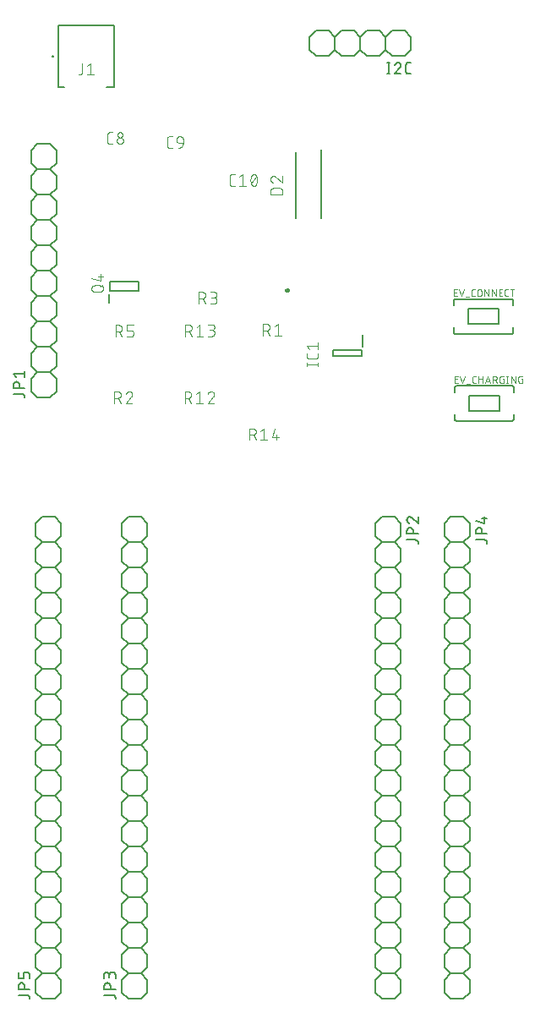
<source format=gbr>
G04 EAGLE Gerber RS-274X export*
G75*
%MOMM*%
%FSLAX34Y34*%
%LPD*%
%INSilkscreen Top*%
%IPPOS*%
%AMOC8*
5,1,8,0,0,1.08239X$1,22.5*%
G01*
%ADD10C,0.101600*%
%ADD11C,0.200000*%
%ADD12C,0.127000*%
%ADD13C,0.203200*%
%ADD14C,0.050800*%
%ADD15C,0.152400*%


D10*
X232506Y822708D02*
X229909Y822708D01*
X229810Y822710D01*
X229710Y822716D01*
X229611Y822725D01*
X229513Y822738D01*
X229415Y822755D01*
X229317Y822776D01*
X229221Y822801D01*
X229126Y822829D01*
X229032Y822861D01*
X228939Y822896D01*
X228847Y822935D01*
X228757Y822978D01*
X228669Y823023D01*
X228582Y823073D01*
X228498Y823125D01*
X228415Y823181D01*
X228335Y823239D01*
X228257Y823301D01*
X228182Y823366D01*
X228109Y823434D01*
X228039Y823504D01*
X227971Y823577D01*
X227906Y823652D01*
X227844Y823730D01*
X227786Y823810D01*
X227730Y823893D01*
X227678Y823977D01*
X227628Y824064D01*
X227583Y824152D01*
X227540Y824242D01*
X227501Y824334D01*
X227466Y824427D01*
X227434Y824521D01*
X227406Y824616D01*
X227381Y824712D01*
X227360Y824810D01*
X227343Y824908D01*
X227330Y825006D01*
X227321Y825105D01*
X227315Y825205D01*
X227313Y825304D01*
X227313Y831796D01*
X227315Y831895D01*
X227321Y831995D01*
X227330Y832094D01*
X227343Y832192D01*
X227360Y832290D01*
X227381Y832388D01*
X227406Y832484D01*
X227434Y832579D01*
X227466Y832673D01*
X227501Y832766D01*
X227540Y832858D01*
X227583Y832948D01*
X227628Y833036D01*
X227678Y833123D01*
X227730Y833207D01*
X227786Y833290D01*
X227844Y833370D01*
X227906Y833448D01*
X227971Y833523D01*
X228039Y833596D01*
X228109Y833666D01*
X228182Y833734D01*
X228257Y833799D01*
X228335Y833861D01*
X228415Y833919D01*
X228498Y833975D01*
X228582Y834027D01*
X228669Y834077D01*
X228757Y834122D01*
X228847Y834165D01*
X228939Y834204D01*
X229031Y834239D01*
X229126Y834271D01*
X229221Y834299D01*
X229317Y834324D01*
X229415Y834345D01*
X229513Y834362D01*
X229611Y834375D01*
X229710Y834384D01*
X229810Y834390D01*
X229909Y834392D01*
X232506Y834392D01*
X236871Y831796D02*
X240116Y834392D01*
X240116Y822708D01*
X236871Y822708D02*
X243362Y822708D01*
X248301Y828550D02*
X248304Y828780D01*
X248312Y829010D01*
X248326Y829239D01*
X248345Y829468D01*
X248370Y829697D01*
X248400Y829924D01*
X248435Y830152D01*
X248476Y830378D01*
X248522Y830603D01*
X248574Y830827D01*
X248631Y831049D01*
X248693Y831271D01*
X248761Y831490D01*
X248834Y831708D01*
X248912Y831925D01*
X248995Y832139D01*
X249083Y832351D01*
X249176Y832561D01*
X249275Y832769D01*
X249274Y832769D02*
X249307Y832859D01*
X249343Y832948D01*
X249383Y833036D01*
X249427Y833121D01*
X249474Y833205D01*
X249524Y833287D01*
X249578Y833367D01*
X249634Y833444D01*
X249694Y833520D01*
X249757Y833593D01*
X249822Y833663D01*
X249891Y833731D01*
X249962Y833795D01*
X250035Y833857D01*
X250111Y833916D01*
X250189Y833972D01*
X250270Y834025D01*
X250352Y834074D01*
X250436Y834120D01*
X250523Y834163D01*
X250610Y834202D01*
X250700Y834238D01*
X250790Y834270D01*
X250882Y834298D01*
X250975Y834323D01*
X251069Y834344D01*
X251163Y834361D01*
X251258Y834375D01*
X251354Y834384D01*
X251450Y834390D01*
X251546Y834392D01*
X251642Y834390D01*
X251738Y834384D01*
X251834Y834375D01*
X251929Y834361D01*
X252023Y834344D01*
X252117Y834323D01*
X252210Y834298D01*
X252302Y834270D01*
X252392Y834238D01*
X252482Y834202D01*
X252569Y834163D01*
X252656Y834120D01*
X252740Y834074D01*
X252822Y834025D01*
X252903Y833972D01*
X252981Y833916D01*
X253057Y833857D01*
X253130Y833795D01*
X253201Y833731D01*
X253270Y833663D01*
X253335Y833593D01*
X253398Y833520D01*
X253458Y833444D01*
X253514Y833367D01*
X253568Y833287D01*
X253618Y833205D01*
X253665Y833121D01*
X253709Y833036D01*
X253749Y832948D01*
X253785Y832859D01*
X253818Y832769D01*
X253819Y832769D02*
X253918Y832562D01*
X254011Y832352D01*
X254099Y832139D01*
X254182Y831925D01*
X254260Y831709D01*
X254333Y831491D01*
X254401Y831271D01*
X254463Y831050D01*
X254520Y830827D01*
X254572Y830603D01*
X254618Y830378D01*
X254659Y830152D01*
X254694Y829925D01*
X254724Y829697D01*
X254749Y829468D01*
X254768Y829239D01*
X254782Y829010D01*
X254790Y828780D01*
X254793Y828550D01*
X248301Y828550D02*
X248304Y828320D01*
X248312Y828090D01*
X248326Y827861D01*
X248345Y827632D01*
X248370Y827403D01*
X248400Y827175D01*
X248435Y826948D01*
X248476Y826722D01*
X248522Y826497D01*
X248574Y826273D01*
X248631Y826050D01*
X248693Y825829D01*
X248761Y825609D01*
X248834Y825391D01*
X248912Y825175D01*
X248995Y824961D01*
X249083Y824749D01*
X249176Y824538D01*
X249275Y824331D01*
X249274Y824331D02*
X249307Y824241D01*
X249343Y824152D01*
X249384Y824064D01*
X249427Y823979D01*
X249474Y823895D01*
X249524Y823813D01*
X249578Y823733D01*
X249634Y823656D01*
X249694Y823580D01*
X249757Y823507D01*
X249822Y823437D01*
X249891Y823369D01*
X249962Y823305D01*
X250035Y823243D01*
X250111Y823184D01*
X250189Y823128D01*
X250270Y823075D01*
X250352Y823026D01*
X250436Y822980D01*
X250523Y822937D01*
X250610Y822898D01*
X250700Y822862D01*
X250790Y822830D01*
X250882Y822802D01*
X250975Y822777D01*
X251069Y822756D01*
X251163Y822739D01*
X251258Y822725D01*
X251354Y822716D01*
X251450Y822710D01*
X251546Y822708D01*
X253818Y824331D02*
X253917Y824538D01*
X254010Y824749D01*
X254098Y824961D01*
X254181Y825175D01*
X254259Y825391D01*
X254332Y825609D01*
X254400Y825829D01*
X254462Y826050D01*
X254519Y826273D01*
X254571Y826497D01*
X254617Y826722D01*
X254658Y826948D01*
X254693Y827175D01*
X254723Y827403D01*
X254748Y827632D01*
X254767Y827861D01*
X254781Y828090D01*
X254789Y828320D01*
X254792Y828550D01*
X253818Y824331D02*
X253785Y824241D01*
X253749Y824152D01*
X253709Y824064D01*
X253665Y823979D01*
X253618Y823895D01*
X253568Y823813D01*
X253514Y823733D01*
X253458Y823656D01*
X253398Y823580D01*
X253335Y823507D01*
X253270Y823437D01*
X253201Y823369D01*
X253130Y823305D01*
X253057Y823243D01*
X252981Y823184D01*
X252903Y823128D01*
X252822Y823075D01*
X252740Y823026D01*
X252656Y822980D01*
X252569Y822937D01*
X252482Y822898D01*
X252392Y822862D01*
X252302Y822830D01*
X252210Y822802D01*
X252117Y822777D01*
X252023Y822756D01*
X251929Y822739D01*
X251834Y822725D01*
X251738Y822716D01*
X251642Y822710D01*
X251546Y822708D01*
X248950Y825304D02*
X254143Y831796D01*
X109936Y864708D02*
X107339Y864708D01*
X107240Y864710D01*
X107140Y864716D01*
X107041Y864725D01*
X106943Y864738D01*
X106845Y864755D01*
X106747Y864776D01*
X106651Y864801D01*
X106556Y864829D01*
X106462Y864861D01*
X106369Y864896D01*
X106277Y864935D01*
X106187Y864978D01*
X106099Y865023D01*
X106012Y865073D01*
X105928Y865125D01*
X105845Y865181D01*
X105765Y865239D01*
X105687Y865301D01*
X105612Y865366D01*
X105539Y865434D01*
X105469Y865504D01*
X105401Y865577D01*
X105336Y865652D01*
X105274Y865730D01*
X105216Y865810D01*
X105160Y865893D01*
X105108Y865977D01*
X105058Y866064D01*
X105013Y866152D01*
X104970Y866242D01*
X104931Y866334D01*
X104896Y866427D01*
X104864Y866521D01*
X104836Y866616D01*
X104811Y866712D01*
X104790Y866810D01*
X104773Y866908D01*
X104760Y867006D01*
X104751Y867105D01*
X104745Y867205D01*
X104743Y867304D01*
X104743Y873796D01*
X104745Y873895D01*
X104751Y873995D01*
X104760Y874094D01*
X104773Y874192D01*
X104790Y874290D01*
X104811Y874388D01*
X104836Y874484D01*
X104864Y874579D01*
X104896Y874673D01*
X104931Y874766D01*
X104970Y874858D01*
X105013Y874948D01*
X105058Y875036D01*
X105108Y875123D01*
X105160Y875207D01*
X105216Y875290D01*
X105274Y875370D01*
X105336Y875448D01*
X105401Y875523D01*
X105469Y875596D01*
X105539Y875666D01*
X105612Y875734D01*
X105687Y875799D01*
X105765Y875861D01*
X105845Y875919D01*
X105928Y875975D01*
X106012Y876027D01*
X106099Y876077D01*
X106187Y876122D01*
X106277Y876165D01*
X106369Y876204D01*
X106461Y876239D01*
X106556Y876271D01*
X106651Y876299D01*
X106747Y876324D01*
X106845Y876345D01*
X106943Y876362D01*
X107041Y876375D01*
X107140Y876384D01*
X107240Y876390D01*
X107339Y876392D01*
X109936Y876392D01*
X114300Y867954D02*
X114302Y868067D01*
X114308Y868180D01*
X114318Y868293D01*
X114332Y868406D01*
X114349Y868518D01*
X114371Y868629D01*
X114396Y868739D01*
X114426Y868849D01*
X114459Y868957D01*
X114496Y869064D01*
X114536Y869170D01*
X114581Y869274D01*
X114629Y869377D01*
X114680Y869478D01*
X114735Y869577D01*
X114793Y869674D01*
X114855Y869769D01*
X114920Y869862D01*
X114988Y869952D01*
X115059Y870040D01*
X115134Y870126D01*
X115211Y870209D01*
X115291Y870289D01*
X115374Y870366D01*
X115460Y870441D01*
X115548Y870512D01*
X115638Y870580D01*
X115731Y870645D01*
X115826Y870707D01*
X115923Y870765D01*
X116022Y870820D01*
X116123Y870871D01*
X116226Y870919D01*
X116330Y870964D01*
X116436Y871004D01*
X116543Y871041D01*
X116651Y871074D01*
X116761Y871104D01*
X116871Y871129D01*
X116982Y871151D01*
X117094Y871168D01*
X117207Y871182D01*
X117320Y871192D01*
X117433Y871198D01*
X117546Y871200D01*
X117659Y871198D01*
X117772Y871192D01*
X117885Y871182D01*
X117998Y871168D01*
X118110Y871151D01*
X118221Y871129D01*
X118331Y871104D01*
X118441Y871074D01*
X118549Y871041D01*
X118656Y871004D01*
X118762Y870964D01*
X118866Y870919D01*
X118969Y870871D01*
X119070Y870820D01*
X119169Y870765D01*
X119266Y870707D01*
X119361Y870645D01*
X119454Y870580D01*
X119544Y870512D01*
X119632Y870441D01*
X119718Y870366D01*
X119801Y870289D01*
X119881Y870209D01*
X119958Y870126D01*
X120033Y870040D01*
X120104Y869952D01*
X120172Y869862D01*
X120237Y869769D01*
X120299Y869674D01*
X120357Y869577D01*
X120412Y869478D01*
X120463Y869377D01*
X120511Y869274D01*
X120556Y869170D01*
X120596Y869064D01*
X120633Y868957D01*
X120666Y868849D01*
X120696Y868739D01*
X120721Y868629D01*
X120743Y868518D01*
X120760Y868406D01*
X120774Y868293D01*
X120784Y868180D01*
X120790Y868067D01*
X120792Y867954D01*
X120790Y867841D01*
X120784Y867728D01*
X120774Y867615D01*
X120760Y867502D01*
X120743Y867390D01*
X120721Y867279D01*
X120696Y867169D01*
X120666Y867059D01*
X120633Y866951D01*
X120596Y866844D01*
X120556Y866738D01*
X120511Y866634D01*
X120463Y866531D01*
X120412Y866430D01*
X120357Y866331D01*
X120299Y866234D01*
X120237Y866139D01*
X120172Y866046D01*
X120104Y865956D01*
X120033Y865868D01*
X119958Y865782D01*
X119881Y865699D01*
X119801Y865619D01*
X119718Y865542D01*
X119632Y865467D01*
X119544Y865396D01*
X119454Y865328D01*
X119361Y865263D01*
X119266Y865201D01*
X119169Y865143D01*
X119070Y865088D01*
X118969Y865037D01*
X118866Y864989D01*
X118762Y864944D01*
X118656Y864904D01*
X118549Y864867D01*
X118441Y864834D01*
X118331Y864804D01*
X118221Y864779D01*
X118110Y864757D01*
X117998Y864740D01*
X117885Y864726D01*
X117772Y864716D01*
X117659Y864710D01*
X117546Y864708D01*
X117433Y864710D01*
X117320Y864716D01*
X117207Y864726D01*
X117094Y864740D01*
X116982Y864757D01*
X116871Y864779D01*
X116761Y864804D01*
X116651Y864834D01*
X116543Y864867D01*
X116436Y864904D01*
X116330Y864944D01*
X116226Y864989D01*
X116123Y865037D01*
X116022Y865088D01*
X115923Y865143D01*
X115826Y865201D01*
X115731Y865263D01*
X115638Y865328D01*
X115548Y865396D01*
X115460Y865467D01*
X115374Y865542D01*
X115291Y865619D01*
X115211Y865699D01*
X115134Y865782D01*
X115059Y865868D01*
X114988Y865956D01*
X114920Y866046D01*
X114855Y866139D01*
X114793Y866234D01*
X114735Y866331D01*
X114680Y866430D01*
X114629Y866531D01*
X114581Y866634D01*
X114536Y866738D01*
X114496Y866844D01*
X114459Y866951D01*
X114426Y867059D01*
X114396Y867169D01*
X114371Y867279D01*
X114349Y867390D01*
X114332Y867502D01*
X114318Y867615D01*
X114308Y867728D01*
X114302Y867841D01*
X114300Y867954D01*
X114950Y873796D02*
X114952Y873897D01*
X114958Y873997D01*
X114968Y874097D01*
X114981Y874197D01*
X114999Y874296D01*
X115020Y874395D01*
X115045Y874492D01*
X115074Y874589D01*
X115107Y874684D01*
X115143Y874778D01*
X115183Y874870D01*
X115226Y874961D01*
X115273Y875050D01*
X115323Y875137D01*
X115377Y875223D01*
X115434Y875306D01*
X115494Y875386D01*
X115557Y875465D01*
X115624Y875541D01*
X115693Y875614D01*
X115765Y875684D01*
X115839Y875752D01*
X115916Y875817D01*
X115996Y875878D01*
X116078Y875937D01*
X116162Y875992D01*
X116248Y876044D01*
X116336Y876093D01*
X116426Y876138D01*
X116518Y876180D01*
X116611Y876218D01*
X116706Y876252D01*
X116801Y876283D01*
X116898Y876310D01*
X116996Y876333D01*
X117095Y876353D01*
X117195Y876368D01*
X117295Y876380D01*
X117395Y876388D01*
X117496Y876392D01*
X117596Y876392D01*
X117697Y876388D01*
X117797Y876380D01*
X117897Y876368D01*
X117997Y876353D01*
X118096Y876333D01*
X118194Y876310D01*
X118291Y876283D01*
X118386Y876252D01*
X118481Y876218D01*
X118574Y876180D01*
X118666Y876138D01*
X118756Y876093D01*
X118844Y876044D01*
X118930Y875992D01*
X119014Y875937D01*
X119096Y875878D01*
X119176Y875817D01*
X119253Y875752D01*
X119327Y875684D01*
X119399Y875614D01*
X119468Y875541D01*
X119535Y875465D01*
X119598Y875386D01*
X119658Y875306D01*
X119715Y875223D01*
X119769Y875137D01*
X119819Y875050D01*
X119866Y874961D01*
X119909Y874870D01*
X119949Y874778D01*
X119985Y874684D01*
X120018Y874589D01*
X120047Y874492D01*
X120072Y874395D01*
X120093Y874296D01*
X120111Y874197D01*
X120124Y874097D01*
X120134Y873997D01*
X120140Y873897D01*
X120142Y873796D01*
X120140Y873695D01*
X120134Y873595D01*
X120124Y873495D01*
X120111Y873395D01*
X120093Y873296D01*
X120072Y873197D01*
X120047Y873100D01*
X120018Y873003D01*
X119985Y872908D01*
X119949Y872814D01*
X119909Y872722D01*
X119866Y872631D01*
X119819Y872542D01*
X119769Y872455D01*
X119715Y872369D01*
X119658Y872286D01*
X119598Y872206D01*
X119535Y872127D01*
X119468Y872051D01*
X119399Y871978D01*
X119327Y871908D01*
X119253Y871840D01*
X119176Y871775D01*
X119096Y871714D01*
X119014Y871655D01*
X118930Y871600D01*
X118844Y871548D01*
X118756Y871499D01*
X118666Y871454D01*
X118574Y871412D01*
X118481Y871374D01*
X118386Y871340D01*
X118291Y871309D01*
X118194Y871282D01*
X118096Y871259D01*
X117997Y871239D01*
X117897Y871224D01*
X117797Y871212D01*
X117697Y871204D01*
X117596Y871200D01*
X117496Y871200D01*
X117395Y871204D01*
X117295Y871212D01*
X117195Y871224D01*
X117095Y871239D01*
X116996Y871259D01*
X116898Y871282D01*
X116801Y871309D01*
X116706Y871340D01*
X116611Y871374D01*
X116518Y871412D01*
X116426Y871454D01*
X116336Y871499D01*
X116248Y871548D01*
X116162Y871600D01*
X116078Y871655D01*
X115996Y871714D01*
X115916Y871775D01*
X115839Y871840D01*
X115765Y871908D01*
X115693Y871978D01*
X115624Y872051D01*
X115557Y872127D01*
X115494Y872206D01*
X115434Y872286D01*
X115377Y872369D01*
X115323Y872455D01*
X115273Y872542D01*
X115226Y872631D01*
X115183Y872722D01*
X115143Y872814D01*
X115107Y872908D01*
X115074Y873003D01*
X115045Y873100D01*
X115020Y873197D01*
X114999Y873296D01*
X114981Y873395D01*
X114968Y873495D01*
X114958Y873595D01*
X114952Y873695D01*
X114950Y873796D01*
X167304Y860608D02*
X169901Y860608D01*
X167304Y860608D02*
X167205Y860610D01*
X167105Y860616D01*
X167006Y860625D01*
X166908Y860638D01*
X166810Y860655D01*
X166712Y860676D01*
X166616Y860701D01*
X166521Y860729D01*
X166427Y860761D01*
X166334Y860796D01*
X166242Y860835D01*
X166152Y860878D01*
X166064Y860923D01*
X165977Y860973D01*
X165893Y861025D01*
X165810Y861081D01*
X165730Y861139D01*
X165652Y861201D01*
X165577Y861266D01*
X165504Y861334D01*
X165434Y861404D01*
X165366Y861477D01*
X165301Y861552D01*
X165239Y861630D01*
X165181Y861710D01*
X165125Y861793D01*
X165073Y861877D01*
X165023Y861964D01*
X164978Y862052D01*
X164935Y862142D01*
X164896Y862234D01*
X164861Y862327D01*
X164829Y862421D01*
X164801Y862516D01*
X164776Y862612D01*
X164755Y862710D01*
X164738Y862808D01*
X164725Y862906D01*
X164716Y863005D01*
X164710Y863105D01*
X164708Y863204D01*
X164708Y869696D01*
X164710Y869795D01*
X164716Y869895D01*
X164725Y869994D01*
X164738Y870092D01*
X164755Y870190D01*
X164776Y870288D01*
X164801Y870384D01*
X164829Y870479D01*
X164861Y870573D01*
X164896Y870666D01*
X164935Y870758D01*
X164978Y870848D01*
X165023Y870936D01*
X165073Y871023D01*
X165125Y871107D01*
X165181Y871190D01*
X165239Y871270D01*
X165301Y871348D01*
X165366Y871423D01*
X165434Y871496D01*
X165504Y871566D01*
X165577Y871634D01*
X165652Y871699D01*
X165730Y871761D01*
X165810Y871819D01*
X165893Y871875D01*
X165977Y871927D01*
X166064Y871977D01*
X166152Y872022D01*
X166242Y872065D01*
X166334Y872104D01*
X166426Y872139D01*
X166521Y872171D01*
X166616Y872199D01*
X166712Y872224D01*
X166810Y872245D01*
X166908Y872262D01*
X167006Y872275D01*
X167105Y872284D01*
X167205Y872290D01*
X167304Y872292D01*
X169901Y872292D01*
X176863Y865801D02*
X180757Y865801D01*
X176863Y865801D02*
X176764Y865803D01*
X176664Y865809D01*
X176565Y865818D01*
X176467Y865831D01*
X176369Y865848D01*
X176271Y865869D01*
X176175Y865894D01*
X176080Y865922D01*
X175986Y865954D01*
X175893Y865989D01*
X175801Y866028D01*
X175711Y866071D01*
X175623Y866116D01*
X175536Y866166D01*
X175452Y866218D01*
X175369Y866274D01*
X175289Y866332D01*
X175211Y866394D01*
X175136Y866459D01*
X175063Y866527D01*
X174993Y866597D01*
X174925Y866670D01*
X174860Y866745D01*
X174798Y866823D01*
X174740Y866903D01*
X174684Y866986D01*
X174632Y867070D01*
X174582Y867157D01*
X174537Y867245D01*
X174494Y867335D01*
X174455Y867427D01*
X174420Y867520D01*
X174388Y867614D01*
X174360Y867709D01*
X174335Y867805D01*
X174314Y867903D01*
X174297Y868001D01*
X174284Y868099D01*
X174275Y868198D01*
X174269Y868298D01*
X174267Y868397D01*
X174266Y868397D02*
X174266Y869046D01*
X174268Y869159D01*
X174274Y869272D01*
X174284Y869385D01*
X174298Y869498D01*
X174315Y869610D01*
X174337Y869721D01*
X174362Y869831D01*
X174392Y869941D01*
X174425Y870049D01*
X174462Y870156D01*
X174502Y870262D01*
X174547Y870366D01*
X174595Y870469D01*
X174646Y870570D01*
X174701Y870669D01*
X174759Y870766D01*
X174821Y870861D01*
X174886Y870954D01*
X174954Y871044D01*
X175025Y871132D01*
X175100Y871218D01*
X175177Y871301D01*
X175257Y871381D01*
X175340Y871458D01*
X175426Y871533D01*
X175514Y871604D01*
X175604Y871672D01*
X175697Y871737D01*
X175792Y871799D01*
X175889Y871857D01*
X175988Y871912D01*
X176089Y871963D01*
X176192Y872011D01*
X176296Y872056D01*
X176402Y872096D01*
X176509Y872133D01*
X176617Y872166D01*
X176727Y872196D01*
X176837Y872221D01*
X176948Y872243D01*
X177060Y872260D01*
X177173Y872274D01*
X177286Y872284D01*
X177399Y872290D01*
X177512Y872292D01*
X177625Y872290D01*
X177738Y872284D01*
X177851Y872274D01*
X177964Y872260D01*
X178076Y872243D01*
X178187Y872221D01*
X178297Y872196D01*
X178407Y872166D01*
X178515Y872133D01*
X178622Y872096D01*
X178728Y872056D01*
X178832Y872011D01*
X178935Y871963D01*
X179036Y871912D01*
X179135Y871857D01*
X179232Y871799D01*
X179327Y871737D01*
X179420Y871672D01*
X179510Y871604D01*
X179598Y871533D01*
X179684Y871458D01*
X179767Y871381D01*
X179847Y871301D01*
X179924Y871218D01*
X179999Y871132D01*
X180070Y871044D01*
X180138Y870954D01*
X180203Y870861D01*
X180265Y870766D01*
X180323Y870669D01*
X180378Y870570D01*
X180429Y870469D01*
X180477Y870366D01*
X180522Y870262D01*
X180562Y870156D01*
X180599Y870049D01*
X180632Y869941D01*
X180662Y869831D01*
X180687Y869721D01*
X180709Y869610D01*
X180726Y869498D01*
X180740Y869385D01*
X180750Y869272D01*
X180756Y869159D01*
X180758Y869046D01*
X180757Y869046D02*
X180757Y865801D01*
X180755Y865658D01*
X180749Y865515D01*
X180739Y865372D01*
X180725Y865230D01*
X180708Y865088D01*
X180686Y864946D01*
X180661Y864805D01*
X180631Y864665D01*
X180598Y864526D01*
X180561Y864388D01*
X180520Y864251D01*
X180476Y864115D01*
X180427Y863980D01*
X180375Y863847D01*
X180320Y863715D01*
X180260Y863585D01*
X180197Y863456D01*
X180131Y863329D01*
X180061Y863205D01*
X179988Y863082D01*
X179911Y862961D01*
X179831Y862842D01*
X179748Y862726D01*
X179662Y862611D01*
X179573Y862500D01*
X179480Y862390D01*
X179385Y862284D01*
X179286Y862180D01*
X179185Y862079D01*
X179081Y861980D01*
X178975Y861885D01*
X178865Y861792D01*
X178754Y861703D01*
X178639Y861617D01*
X178523Y861534D01*
X178404Y861454D01*
X178283Y861377D01*
X178160Y861304D01*
X178036Y861234D01*
X177909Y861168D01*
X177780Y861105D01*
X177650Y861045D01*
X177518Y860990D01*
X177385Y860938D01*
X177250Y860889D01*
X177114Y860845D01*
X176977Y860804D01*
X176839Y860767D01*
X176700Y860734D01*
X176560Y860704D01*
X176419Y860679D01*
X176277Y860657D01*
X176135Y860640D01*
X175993Y860626D01*
X175850Y860616D01*
X175707Y860610D01*
X175564Y860608D01*
D11*
X318950Y858550D02*
X318950Y790550D01*
X293450Y790550D02*
X293450Y856050D01*
D10*
X280042Y814149D02*
X268358Y814149D01*
X268358Y817395D01*
X268360Y817508D01*
X268366Y817621D01*
X268376Y817734D01*
X268390Y817847D01*
X268407Y817959D01*
X268429Y818070D01*
X268454Y818180D01*
X268484Y818290D01*
X268517Y818398D01*
X268554Y818505D01*
X268594Y818611D01*
X268639Y818715D01*
X268687Y818818D01*
X268738Y818919D01*
X268793Y819018D01*
X268851Y819115D01*
X268913Y819210D01*
X268978Y819303D01*
X269046Y819393D01*
X269117Y819481D01*
X269192Y819567D01*
X269269Y819650D01*
X269349Y819730D01*
X269432Y819807D01*
X269518Y819882D01*
X269606Y819953D01*
X269696Y820021D01*
X269789Y820086D01*
X269884Y820148D01*
X269981Y820206D01*
X270080Y820261D01*
X270181Y820312D01*
X270284Y820360D01*
X270388Y820405D01*
X270494Y820445D01*
X270601Y820482D01*
X270709Y820515D01*
X270819Y820545D01*
X270929Y820570D01*
X271040Y820592D01*
X271152Y820609D01*
X271265Y820623D01*
X271378Y820633D01*
X271491Y820639D01*
X271604Y820641D01*
X271604Y820640D02*
X276796Y820640D01*
X276796Y820641D02*
X276909Y820639D01*
X277022Y820633D01*
X277135Y820623D01*
X277248Y820609D01*
X277360Y820592D01*
X277471Y820570D01*
X277581Y820545D01*
X277691Y820515D01*
X277799Y820482D01*
X277906Y820445D01*
X278012Y820405D01*
X278116Y820360D01*
X278219Y820312D01*
X278320Y820261D01*
X278419Y820206D01*
X278516Y820148D01*
X278611Y820086D01*
X278704Y820021D01*
X278794Y819953D01*
X278882Y819882D01*
X278968Y819807D01*
X279051Y819730D01*
X279131Y819650D01*
X279208Y819567D01*
X279283Y819481D01*
X279354Y819393D01*
X279422Y819303D01*
X279487Y819210D01*
X279549Y819115D01*
X279607Y819018D01*
X279662Y818919D01*
X279713Y818818D01*
X279761Y818715D01*
X279806Y818611D01*
X279846Y818505D01*
X279883Y818398D01*
X279916Y818290D01*
X279946Y818180D01*
X279971Y818070D01*
X279993Y817959D01*
X280010Y817847D01*
X280024Y817734D01*
X280034Y817621D01*
X280040Y817508D01*
X280042Y817395D01*
X280042Y814149D01*
X268358Y829530D02*
X268360Y829637D01*
X268366Y829743D01*
X268376Y829849D01*
X268389Y829955D01*
X268407Y830061D01*
X268428Y830165D01*
X268453Y830269D01*
X268482Y830372D01*
X268514Y830473D01*
X268551Y830573D01*
X268591Y830672D01*
X268634Y830770D01*
X268681Y830866D01*
X268732Y830960D01*
X268786Y831052D01*
X268843Y831142D01*
X268903Y831230D01*
X268967Y831315D01*
X269034Y831398D01*
X269104Y831479D01*
X269176Y831557D01*
X269252Y831633D01*
X269330Y831705D01*
X269411Y831775D01*
X269494Y831842D01*
X269579Y831906D01*
X269667Y831966D01*
X269757Y832023D01*
X269849Y832077D01*
X269943Y832128D01*
X270039Y832175D01*
X270137Y832218D01*
X270236Y832258D01*
X270336Y832295D01*
X270437Y832327D01*
X270540Y832356D01*
X270644Y832381D01*
X270748Y832402D01*
X270854Y832420D01*
X270960Y832433D01*
X271066Y832443D01*
X271172Y832449D01*
X271279Y832451D01*
X268358Y829530D02*
X268360Y829409D01*
X268366Y829288D01*
X268376Y829168D01*
X268389Y829047D01*
X268407Y828928D01*
X268428Y828808D01*
X268453Y828690D01*
X268482Y828573D01*
X268515Y828456D01*
X268551Y828341D01*
X268592Y828227D01*
X268635Y828114D01*
X268683Y828002D01*
X268734Y827893D01*
X268789Y827785D01*
X268847Y827678D01*
X268908Y827574D01*
X268973Y827472D01*
X269041Y827372D01*
X269112Y827274D01*
X269186Y827178D01*
X269263Y827085D01*
X269344Y826995D01*
X269427Y826907D01*
X269513Y826822D01*
X269602Y826739D01*
X269693Y826660D01*
X269787Y826583D01*
X269883Y826510D01*
X269981Y826440D01*
X270082Y826373D01*
X270185Y826309D01*
X270290Y826249D01*
X270397Y826191D01*
X270505Y826138D01*
X270615Y826088D01*
X270727Y826042D01*
X270840Y825999D01*
X270955Y825960D01*
X273551Y831477D02*
X273473Y831556D01*
X273393Y831632D01*
X273310Y831705D01*
X273224Y831775D01*
X273137Y831842D01*
X273046Y831906D01*
X272954Y831966D01*
X272860Y832024D01*
X272763Y832078D01*
X272665Y832128D01*
X272565Y832175D01*
X272464Y832219D01*
X272361Y832259D01*
X272256Y832295D01*
X272151Y832327D01*
X272044Y832356D01*
X271937Y832381D01*
X271828Y832403D01*
X271719Y832420D01*
X271610Y832434D01*
X271500Y832443D01*
X271389Y832449D01*
X271279Y832451D01*
X273551Y831477D02*
X280042Y825960D01*
X280042Y832451D01*
D12*
X285200Y718200D02*
X286200Y718200D01*
X286200Y717200D01*
D13*
X283786Y718200D02*
X283788Y718275D01*
X283794Y718349D01*
X283804Y718423D01*
X283817Y718496D01*
X283835Y718569D01*
X283856Y718640D01*
X283881Y718711D01*
X283910Y718780D01*
X283943Y718847D01*
X283979Y718912D01*
X284018Y718976D01*
X284060Y719037D01*
X284106Y719096D01*
X284155Y719153D01*
X284207Y719206D01*
X284261Y719257D01*
X284318Y719306D01*
X284378Y719350D01*
X284440Y719392D01*
X284504Y719431D01*
X284570Y719466D01*
X284637Y719497D01*
X284707Y719525D01*
X284777Y719549D01*
X284849Y719570D01*
X284922Y719586D01*
X284995Y719599D01*
X285070Y719608D01*
X285144Y719613D01*
X285219Y719614D01*
X285293Y719611D01*
X285368Y719604D01*
X285441Y719593D01*
X285515Y719579D01*
X285587Y719560D01*
X285658Y719538D01*
X285728Y719512D01*
X285797Y719482D01*
X285863Y719449D01*
X285928Y719412D01*
X285991Y719372D01*
X286052Y719328D01*
X286110Y719282D01*
X286166Y719232D01*
X286219Y719180D01*
X286270Y719125D01*
X286317Y719067D01*
X286361Y719007D01*
X286402Y718944D01*
X286440Y718880D01*
X286474Y718814D01*
X286505Y718745D01*
X286532Y718676D01*
X286555Y718605D01*
X286574Y718533D01*
X286590Y718460D01*
X286602Y718386D01*
X286610Y718312D01*
X286614Y718237D01*
X286614Y718163D01*
X286610Y718088D01*
X286602Y718014D01*
X286590Y717940D01*
X286574Y717867D01*
X286555Y717795D01*
X286532Y717724D01*
X286505Y717655D01*
X286474Y717586D01*
X286440Y717520D01*
X286402Y717456D01*
X286361Y717393D01*
X286317Y717333D01*
X286270Y717275D01*
X286219Y717220D01*
X286166Y717168D01*
X286110Y717118D01*
X286052Y717072D01*
X285991Y717028D01*
X285928Y716988D01*
X285863Y716951D01*
X285797Y716918D01*
X285728Y716888D01*
X285658Y716862D01*
X285587Y716840D01*
X285515Y716821D01*
X285441Y716807D01*
X285368Y716796D01*
X285293Y716789D01*
X285219Y716786D01*
X285144Y716787D01*
X285070Y716792D01*
X284995Y716801D01*
X284922Y716814D01*
X284849Y716830D01*
X284777Y716851D01*
X284707Y716875D01*
X284637Y716903D01*
X284570Y716934D01*
X284504Y716969D01*
X284440Y717008D01*
X284378Y717050D01*
X284318Y717094D01*
X284261Y717143D01*
X284207Y717194D01*
X284155Y717247D01*
X284106Y717304D01*
X284060Y717363D01*
X284018Y717424D01*
X283979Y717488D01*
X283943Y717553D01*
X283910Y717620D01*
X283881Y717689D01*
X283856Y717760D01*
X283835Y717831D01*
X283817Y717904D01*
X283804Y717977D01*
X283794Y718051D01*
X283788Y718125D01*
X283786Y718200D01*
D12*
X452500Y620000D02*
X452502Y620098D01*
X452508Y620196D01*
X452517Y620294D01*
X452531Y620391D01*
X452548Y620488D01*
X452569Y620584D01*
X452594Y620679D01*
X452622Y620773D01*
X452655Y620865D01*
X452690Y620957D01*
X452730Y621047D01*
X452772Y621135D01*
X452819Y621222D01*
X452868Y621306D01*
X452921Y621389D01*
X452977Y621469D01*
X453037Y621548D01*
X453099Y621624D01*
X453164Y621697D01*
X453232Y621768D01*
X453303Y621836D01*
X453376Y621901D01*
X453452Y621963D01*
X453531Y622023D01*
X453611Y622079D01*
X453694Y622132D01*
X453778Y622181D01*
X453865Y622228D01*
X453953Y622270D01*
X454043Y622310D01*
X454135Y622345D01*
X454227Y622378D01*
X454321Y622406D01*
X454416Y622431D01*
X454512Y622452D01*
X454609Y622469D01*
X454706Y622483D01*
X454804Y622492D01*
X454902Y622498D01*
X455000Y622500D01*
X510000Y622500D01*
X510098Y622498D01*
X510196Y622492D01*
X510294Y622483D01*
X510391Y622469D01*
X510488Y622452D01*
X510584Y622431D01*
X510679Y622406D01*
X510773Y622378D01*
X510865Y622345D01*
X510957Y622310D01*
X511047Y622270D01*
X511135Y622228D01*
X511222Y622181D01*
X511306Y622132D01*
X511389Y622079D01*
X511469Y622023D01*
X511548Y621963D01*
X511624Y621901D01*
X511697Y621836D01*
X511768Y621768D01*
X511836Y621697D01*
X511901Y621624D01*
X511963Y621548D01*
X512023Y621469D01*
X512079Y621389D01*
X512132Y621306D01*
X512181Y621222D01*
X512228Y621135D01*
X512270Y621047D01*
X512310Y620957D01*
X512345Y620865D01*
X512378Y620773D01*
X512406Y620679D01*
X512431Y620584D01*
X512452Y620488D01*
X512469Y620391D01*
X512483Y620294D01*
X512492Y620196D01*
X512498Y620098D01*
X512500Y620000D01*
X512500Y590000D02*
X512480Y589893D01*
X512456Y589787D01*
X512429Y589682D01*
X512398Y589578D01*
X512363Y589475D01*
X512325Y589374D01*
X512283Y589274D01*
X512237Y589175D01*
X512188Y589078D01*
X512136Y588983D01*
X512080Y588890D01*
X512021Y588799D01*
X511959Y588710D01*
X511893Y588624D01*
X511825Y588539D01*
X511753Y588458D01*
X511679Y588379D01*
X511602Y588302D01*
X511522Y588229D01*
X511440Y588158D01*
X511355Y588090D01*
X511268Y588025D01*
X511178Y587964D01*
X511087Y587906D01*
X510993Y587851D01*
X510897Y587799D01*
X510800Y587751D01*
X510701Y587706D01*
X510601Y587665D01*
X510499Y587628D01*
X510396Y587594D01*
X510291Y587564D01*
X510186Y587537D01*
X510080Y587515D01*
X509973Y587496D01*
X509865Y587481D01*
X509757Y587470D01*
X509649Y587463D01*
X509541Y587459D01*
X509432Y587460D01*
X509324Y587464D01*
X509215Y587472D01*
X509107Y587484D01*
X509000Y587500D01*
X455000Y587500D01*
X454902Y587502D01*
X454804Y587508D01*
X454706Y587517D01*
X454609Y587531D01*
X454512Y587548D01*
X454416Y587569D01*
X454321Y587594D01*
X454227Y587622D01*
X454135Y587655D01*
X454043Y587690D01*
X453953Y587730D01*
X453865Y587772D01*
X453778Y587819D01*
X453694Y587868D01*
X453611Y587921D01*
X453531Y587977D01*
X453452Y588037D01*
X453376Y588099D01*
X453303Y588164D01*
X453232Y588232D01*
X453164Y588303D01*
X453099Y588376D01*
X453037Y588452D01*
X452977Y588531D01*
X452921Y588611D01*
X452868Y588694D01*
X452819Y588778D01*
X452772Y588865D01*
X452730Y588953D01*
X452690Y589043D01*
X452655Y589135D01*
X452622Y589227D01*
X452594Y589321D01*
X452569Y589416D01*
X452548Y589512D01*
X452531Y589609D01*
X452517Y589706D01*
X452508Y589804D01*
X452502Y589902D01*
X452500Y590000D01*
X452500Y594000D01*
X452500Y616000D02*
X452500Y620000D01*
X512500Y620000D02*
X512500Y616000D01*
X512500Y594000D02*
X512500Y590000D01*
X497500Y612500D02*
X467500Y612500D01*
X467500Y597500D02*
X497500Y597500D01*
X467500Y597500D02*
X467500Y612500D01*
X497500Y612500D02*
X497500Y597500D01*
D14*
X455915Y625254D02*
X452754Y625254D01*
X452754Y632366D01*
X455915Y632366D01*
X455125Y629205D02*
X452754Y629205D01*
X458061Y632366D02*
X460432Y625254D01*
X462803Y632366D01*
X465024Y624464D02*
X468185Y624464D01*
X472363Y625254D02*
X473943Y625254D01*
X472363Y625254D02*
X472285Y625256D01*
X472208Y625262D01*
X472131Y625271D01*
X472055Y625284D01*
X471979Y625301D01*
X471904Y625322D01*
X471831Y625346D01*
X471758Y625374D01*
X471687Y625406D01*
X471618Y625441D01*
X471551Y625479D01*
X471485Y625520D01*
X471422Y625565D01*
X471361Y625613D01*
X471302Y625663D01*
X471246Y625717D01*
X471192Y625773D01*
X471142Y625832D01*
X471094Y625893D01*
X471049Y625956D01*
X471008Y626022D01*
X470970Y626089D01*
X470935Y626158D01*
X470903Y626229D01*
X470875Y626302D01*
X470851Y626375D01*
X470830Y626450D01*
X470813Y626526D01*
X470800Y626602D01*
X470791Y626679D01*
X470785Y626756D01*
X470783Y626834D01*
X470783Y630786D01*
X470785Y630864D01*
X470791Y630941D01*
X470800Y631018D01*
X470813Y631094D01*
X470830Y631170D01*
X470851Y631245D01*
X470875Y631318D01*
X470903Y631391D01*
X470935Y631462D01*
X470970Y631531D01*
X471008Y631598D01*
X471049Y631664D01*
X471094Y631727D01*
X471142Y631788D01*
X471192Y631847D01*
X471246Y631903D01*
X471302Y631957D01*
X471361Y632007D01*
X471422Y632055D01*
X471485Y632100D01*
X471551Y632141D01*
X471618Y632179D01*
X471687Y632214D01*
X471758Y632246D01*
X471831Y632274D01*
X471904Y632298D01*
X471979Y632319D01*
X472055Y632336D01*
X472131Y632349D01*
X472208Y632358D01*
X472285Y632364D01*
X472363Y632366D01*
X473943Y632366D01*
X476744Y632366D02*
X476744Y625254D01*
X476744Y629205D02*
X480696Y629205D01*
X480696Y632366D02*
X480696Y625254D01*
X483436Y625254D02*
X485807Y632366D01*
X488177Y625254D01*
X487585Y627032D02*
X484029Y627032D01*
X490958Y625254D02*
X490958Y632366D01*
X492934Y632366D01*
X493021Y632364D01*
X493109Y632358D01*
X493196Y632349D01*
X493282Y632335D01*
X493368Y632318D01*
X493452Y632297D01*
X493536Y632272D01*
X493619Y632243D01*
X493700Y632211D01*
X493780Y632176D01*
X493858Y632137D01*
X493935Y632094D01*
X494009Y632048D01*
X494081Y631999D01*
X494151Y631947D01*
X494219Y631891D01*
X494284Y631833D01*
X494347Y631772D01*
X494406Y631708D01*
X494463Y631641D01*
X494517Y631573D01*
X494568Y631501D01*
X494615Y631428D01*
X494660Y631353D01*
X494701Y631275D01*
X494738Y631196D01*
X494772Y631116D01*
X494802Y631034D01*
X494829Y630951D01*
X494852Y630866D01*
X494871Y630781D01*
X494886Y630695D01*
X494898Y630608D01*
X494906Y630521D01*
X494910Y630434D01*
X494910Y630346D01*
X494906Y630259D01*
X494898Y630172D01*
X494886Y630085D01*
X494871Y629999D01*
X494852Y629914D01*
X494829Y629829D01*
X494802Y629746D01*
X494772Y629664D01*
X494738Y629584D01*
X494701Y629505D01*
X494660Y629427D01*
X494615Y629352D01*
X494568Y629279D01*
X494517Y629207D01*
X494463Y629139D01*
X494406Y629072D01*
X494347Y629008D01*
X494284Y628947D01*
X494219Y628889D01*
X494151Y628833D01*
X494081Y628781D01*
X494009Y628732D01*
X493935Y628686D01*
X493858Y628643D01*
X493780Y628604D01*
X493700Y628569D01*
X493619Y628537D01*
X493536Y628508D01*
X493452Y628483D01*
X493368Y628462D01*
X493282Y628445D01*
X493196Y628431D01*
X493109Y628422D01*
X493021Y628416D01*
X492934Y628414D01*
X492934Y628415D02*
X490958Y628415D01*
X493329Y628415D02*
X494909Y625254D01*
X500770Y629205D02*
X501955Y629205D01*
X501955Y625254D01*
X499585Y625254D01*
X499507Y625256D01*
X499430Y625262D01*
X499353Y625271D01*
X499277Y625284D01*
X499201Y625301D01*
X499126Y625322D01*
X499053Y625346D01*
X498980Y625374D01*
X498909Y625406D01*
X498840Y625441D01*
X498773Y625479D01*
X498707Y625520D01*
X498644Y625565D01*
X498583Y625613D01*
X498524Y625663D01*
X498468Y625717D01*
X498414Y625773D01*
X498364Y625832D01*
X498316Y625893D01*
X498271Y625956D01*
X498230Y626022D01*
X498192Y626089D01*
X498157Y626158D01*
X498125Y626229D01*
X498097Y626302D01*
X498073Y626375D01*
X498052Y626450D01*
X498035Y626526D01*
X498022Y626602D01*
X498013Y626679D01*
X498007Y626756D01*
X498005Y626834D01*
X498004Y626834D02*
X498004Y630786D01*
X498005Y630786D02*
X498007Y630864D01*
X498013Y630941D01*
X498022Y631018D01*
X498035Y631094D01*
X498052Y631170D01*
X498073Y631245D01*
X498097Y631318D01*
X498125Y631391D01*
X498157Y631462D01*
X498192Y631531D01*
X498230Y631598D01*
X498271Y631664D01*
X498316Y631727D01*
X498364Y631788D01*
X498414Y631847D01*
X498468Y631903D01*
X498524Y631957D01*
X498583Y632007D01*
X498644Y632055D01*
X498707Y632100D01*
X498773Y632141D01*
X498840Y632179D01*
X498909Y632214D01*
X498980Y632246D01*
X499053Y632274D01*
X499126Y632298D01*
X499201Y632319D01*
X499277Y632336D01*
X499353Y632349D01*
X499430Y632358D01*
X499507Y632364D01*
X499585Y632366D01*
X501955Y632366D01*
X505695Y632366D02*
X505695Y625254D01*
X506485Y625254D02*
X504904Y625254D01*
X504904Y632366D02*
X506485Y632366D01*
X509434Y632366D02*
X509434Y625254D01*
X513385Y625254D02*
X509434Y632366D01*
X513385Y632366D02*
X513385Y625254D01*
X519515Y629205D02*
X520700Y629205D01*
X520700Y625254D01*
X518330Y625254D01*
X518252Y625256D01*
X518175Y625262D01*
X518098Y625271D01*
X518022Y625284D01*
X517946Y625301D01*
X517871Y625322D01*
X517798Y625346D01*
X517725Y625374D01*
X517654Y625406D01*
X517585Y625441D01*
X517518Y625479D01*
X517452Y625520D01*
X517389Y625565D01*
X517328Y625613D01*
X517269Y625663D01*
X517213Y625717D01*
X517159Y625773D01*
X517109Y625832D01*
X517061Y625893D01*
X517016Y625956D01*
X516975Y626022D01*
X516937Y626089D01*
X516902Y626158D01*
X516870Y626229D01*
X516842Y626302D01*
X516818Y626375D01*
X516797Y626450D01*
X516780Y626526D01*
X516767Y626602D01*
X516758Y626679D01*
X516752Y626756D01*
X516750Y626834D01*
X516749Y626834D02*
X516749Y630786D01*
X516750Y630786D02*
X516752Y630864D01*
X516758Y630941D01*
X516767Y631018D01*
X516780Y631094D01*
X516797Y631170D01*
X516818Y631245D01*
X516842Y631318D01*
X516870Y631391D01*
X516902Y631462D01*
X516937Y631531D01*
X516975Y631598D01*
X517016Y631664D01*
X517061Y631727D01*
X517109Y631788D01*
X517159Y631847D01*
X517213Y631903D01*
X517269Y631957D01*
X517328Y632007D01*
X517389Y632055D01*
X517452Y632100D01*
X517518Y632141D01*
X517585Y632179D01*
X517654Y632214D01*
X517725Y632246D01*
X517798Y632274D01*
X517871Y632298D01*
X517946Y632319D01*
X518022Y632336D01*
X518098Y632349D01*
X518175Y632358D01*
X518252Y632364D01*
X518330Y632366D01*
X520700Y632366D01*
D12*
X451600Y706900D02*
X451602Y706998D01*
X451608Y707096D01*
X451617Y707194D01*
X451631Y707291D01*
X451648Y707388D01*
X451669Y707484D01*
X451694Y707579D01*
X451722Y707673D01*
X451755Y707765D01*
X451790Y707857D01*
X451830Y707947D01*
X451872Y708035D01*
X451919Y708122D01*
X451968Y708206D01*
X452021Y708289D01*
X452077Y708369D01*
X452137Y708448D01*
X452199Y708524D01*
X452264Y708597D01*
X452332Y708668D01*
X452403Y708736D01*
X452476Y708801D01*
X452552Y708863D01*
X452631Y708923D01*
X452711Y708979D01*
X452794Y709032D01*
X452878Y709081D01*
X452965Y709128D01*
X453053Y709170D01*
X453143Y709210D01*
X453235Y709245D01*
X453327Y709278D01*
X453421Y709306D01*
X453516Y709331D01*
X453612Y709352D01*
X453709Y709369D01*
X453806Y709383D01*
X453904Y709392D01*
X454002Y709398D01*
X454100Y709400D01*
X509100Y709400D01*
X509198Y709398D01*
X509296Y709392D01*
X509394Y709383D01*
X509491Y709369D01*
X509588Y709352D01*
X509684Y709331D01*
X509779Y709306D01*
X509873Y709278D01*
X509965Y709245D01*
X510057Y709210D01*
X510147Y709170D01*
X510235Y709128D01*
X510322Y709081D01*
X510406Y709032D01*
X510489Y708979D01*
X510569Y708923D01*
X510648Y708863D01*
X510724Y708801D01*
X510797Y708736D01*
X510868Y708668D01*
X510936Y708597D01*
X511001Y708524D01*
X511063Y708448D01*
X511123Y708369D01*
X511179Y708289D01*
X511232Y708206D01*
X511281Y708122D01*
X511328Y708035D01*
X511370Y707947D01*
X511410Y707857D01*
X511445Y707765D01*
X511478Y707673D01*
X511506Y707579D01*
X511531Y707484D01*
X511552Y707388D01*
X511569Y707291D01*
X511583Y707194D01*
X511592Y707096D01*
X511598Y706998D01*
X511600Y706900D01*
X511600Y676900D02*
X511580Y676793D01*
X511556Y676687D01*
X511529Y676582D01*
X511498Y676478D01*
X511463Y676375D01*
X511425Y676274D01*
X511383Y676174D01*
X511337Y676075D01*
X511288Y675978D01*
X511236Y675883D01*
X511180Y675790D01*
X511121Y675699D01*
X511059Y675610D01*
X510993Y675524D01*
X510925Y675439D01*
X510853Y675358D01*
X510779Y675279D01*
X510702Y675202D01*
X510622Y675129D01*
X510540Y675058D01*
X510455Y674990D01*
X510368Y674925D01*
X510278Y674864D01*
X510187Y674806D01*
X510093Y674751D01*
X509997Y674699D01*
X509900Y674651D01*
X509801Y674606D01*
X509701Y674565D01*
X509599Y674528D01*
X509496Y674494D01*
X509391Y674464D01*
X509286Y674437D01*
X509180Y674415D01*
X509073Y674396D01*
X508965Y674381D01*
X508857Y674370D01*
X508749Y674363D01*
X508641Y674359D01*
X508532Y674360D01*
X508424Y674364D01*
X508315Y674372D01*
X508207Y674384D01*
X508100Y674400D01*
X454100Y674400D01*
X454002Y674402D01*
X453904Y674408D01*
X453806Y674417D01*
X453709Y674431D01*
X453612Y674448D01*
X453516Y674469D01*
X453421Y674494D01*
X453327Y674522D01*
X453235Y674555D01*
X453143Y674590D01*
X453053Y674630D01*
X452965Y674672D01*
X452878Y674719D01*
X452794Y674768D01*
X452711Y674821D01*
X452631Y674877D01*
X452552Y674937D01*
X452476Y674999D01*
X452403Y675064D01*
X452332Y675132D01*
X452264Y675203D01*
X452199Y675276D01*
X452137Y675352D01*
X452077Y675431D01*
X452021Y675511D01*
X451968Y675594D01*
X451919Y675678D01*
X451872Y675765D01*
X451830Y675853D01*
X451790Y675943D01*
X451755Y676035D01*
X451722Y676127D01*
X451694Y676221D01*
X451669Y676316D01*
X451648Y676412D01*
X451631Y676509D01*
X451617Y676606D01*
X451608Y676704D01*
X451602Y676802D01*
X451600Y676900D01*
X451600Y680900D01*
X451600Y702900D02*
X451600Y706900D01*
X511600Y706900D02*
X511600Y702900D01*
X511600Y680900D02*
X511600Y676900D01*
X496600Y699400D02*
X466600Y699400D01*
X466600Y684400D02*
X496600Y684400D01*
X466600Y684400D02*
X466600Y699400D01*
X496600Y699400D02*
X496600Y684400D01*
D14*
X455015Y712154D02*
X451854Y712154D01*
X451854Y719266D01*
X455015Y719266D01*
X454225Y716105D02*
X451854Y716105D01*
X457161Y719266D02*
X459532Y712154D01*
X461903Y719266D01*
X464124Y711364D02*
X467285Y711364D01*
X471463Y712154D02*
X473043Y712154D01*
X471463Y712154D02*
X471385Y712156D01*
X471308Y712162D01*
X471231Y712171D01*
X471155Y712184D01*
X471079Y712201D01*
X471004Y712222D01*
X470931Y712246D01*
X470858Y712274D01*
X470787Y712306D01*
X470718Y712341D01*
X470651Y712379D01*
X470585Y712420D01*
X470522Y712465D01*
X470461Y712513D01*
X470402Y712563D01*
X470346Y712617D01*
X470292Y712673D01*
X470242Y712732D01*
X470194Y712793D01*
X470149Y712856D01*
X470108Y712922D01*
X470070Y712989D01*
X470035Y713058D01*
X470003Y713129D01*
X469975Y713202D01*
X469951Y713275D01*
X469930Y713350D01*
X469913Y713426D01*
X469900Y713502D01*
X469891Y713579D01*
X469885Y713656D01*
X469883Y713734D01*
X469883Y717686D01*
X469885Y717764D01*
X469891Y717841D01*
X469900Y717918D01*
X469913Y717994D01*
X469930Y718070D01*
X469951Y718145D01*
X469975Y718218D01*
X470003Y718291D01*
X470035Y718362D01*
X470070Y718431D01*
X470108Y718498D01*
X470149Y718564D01*
X470194Y718627D01*
X470242Y718688D01*
X470292Y718747D01*
X470346Y718803D01*
X470402Y718857D01*
X470461Y718907D01*
X470522Y718955D01*
X470585Y719000D01*
X470651Y719041D01*
X470718Y719079D01*
X470787Y719114D01*
X470858Y719146D01*
X470931Y719174D01*
X471004Y719198D01*
X471079Y719219D01*
X471155Y719236D01*
X471231Y719249D01*
X471308Y719258D01*
X471385Y719264D01*
X471463Y719266D01*
X473043Y719266D01*
X475616Y717290D02*
X475616Y714130D01*
X475615Y717290D02*
X475617Y717377D01*
X475623Y717465D01*
X475632Y717552D01*
X475646Y717638D01*
X475663Y717724D01*
X475684Y717808D01*
X475709Y717892D01*
X475738Y717975D01*
X475770Y718056D01*
X475805Y718136D01*
X475844Y718214D01*
X475887Y718291D01*
X475933Y718365D01*
X475982Y718437D01*
X476034Y718507D01*
X476090Y718575D01*
X476148Y718640D01*
X476209Y718703D01*
X476273Y718762D01*
X476340Y718819D01*
X476408Y718873D01*
X476480Y718924D01*
X476553Y718971D01*
X476628Y719016D01*
X476706Y719057D01*
X476785Y719094D01*
X476865Y719128D01*
X476947Y719158D01*
X477030Y719185D01*
X477115Y719208D01*
X477200Y719227D01*
X477286Y719242D01*
X477373Y719254D01*
X477460Y719262D01*
X477547Y719266D01*
X477635Y719266D01*
X477722Y719262D01*
X477809Y719254D01*
X477896Y719242D01*
X477982Y719227D01*
X478067Y719208D01*
X478152Y719185D01*
X478235Y719158D01*
X478317Y719128D01*
X478397Y719094D01*
X478476Y719057D01*
X478554Y719016D01*
X478629Y718971D01*
X478702Y718924D01*
X478774Y718873D01*
X478842Y718819D01*
X478909Y718762D01*
X478973Y718703D01*
X479034Y718640D01*
X479092Y718575D01*
X479148Y718507D01*
X479200Y718437D01*
X479249Y718365D01*
X479295Y718291D01*
X479338Y718214D01*
X479377Y718136D01*
X479412Y718056D01*
X479444Y717975D01*
X479473Y717892D01*
X479498Y717808D01*
X479519Y717724D01*
X479536Y717638D01*
X479550Y717552D01*
X479559Y717465D01*
X479565Y717377D01*
X479567Y717290D01*
X479567Y714130D01*
X479565Y714043D01*
X479559Y713955D01*
X479550Y713868D01*
X479536Y713782D01*
X479519Y713696D01*
X479498Y713612D01*
X479473Y713528D01*
X479444Y713445D01*
X479412Y713364D01*
X479377Y713284D01*
X479338Y713206D01*
X479295Y713129D01*
X479249Y713055D01*
X479200Y712983D01*
X479148Y712913D01*
X479092Y712845D01*
X479034Y712780D01*
X478973Y712717D01*
X478909Y712658D01*
X478842Y712601D01*
X478774Y712547D01*
X478702Y712496D01*
X478629Y712449D01*
X478554Y712404D01*
X478476Y712363D01*
X478397Y712326D01*
X478317Y712292D01*
X478235Y712262D01*
X478152Y712235D01*
X478067Y712212D01*
X477982Y712193D01*
X477896Y712178D01*
X477809Y712166D01*
X477722Y712158D01*
X477635Y712154D01*
X477547Y712154D01*
X477460Y712158D01*
X477373Y712166D01*
X477286Y712178D01*
X477200Y712193D01*
X477115Y712212D01*
X477030Y712235D01*
X476947Y712262D01*
X476865Y712292D01*
X476785Y712326D01*
X476706Y712363D01*
X476628Y712404D01*
X476553Y712449D01*
X476480Y712496D01*
X476408Y712547D01*
X476340Y712601D01*
X476273Y712658D01*
X476209Y712717D01*
X476148Y712780D01*
X476090Y712845D01*
X476034Y712913D01*
X475982Y712983D01*
X475933Y713055D01*
X475887Y713129D01*
X475844Y713206D01*
X475805Y713284D01*
X475770Y713364D01*
X475738Y713445D01*
X475709Y713528D01*
X475684Y713612D01*
X475663Y713696D01*
X475646Y713782D01*
X475632Y713868D01*
X475623Y713955D01*
X475617Y714043D01*
X475615Y714130D01*
X482702Y712154D02*
X482702Y719266D01*
X486653Y712154D01*
X486653Y719266D01*
X490018Y719266D02*
X490018Y712154D01*
X493969Y712154D02*
X490018Y719266D01*
X493969Y719266D02*
X493969Y712154D01*
X497345Y712154D02*
X500506Y712154D01*
X497345Y712154D02*
X497345Y719266D01*
X500506Y719266D01*
X499716Y716105D02*
X497345Y716105D01*
X504610Y712154D02*
X506190Y712154D01*
X504610Y712154D02*
X504532Y712156D01*
X504455Y712162D01*
X504378Y712171D01*
X504302Y712184D01*
X504226Y712201D01*
X504151Y712222D01*
X504078Y712246D01*
X504005Y712274D01*
X503934Y712306D01*
X503865Y712341D01*
X503798Y712379D01*
X503732Y712420D01*
X503669Y712465D01*
X503608Y712513D01*
X503549Y712563D01*
X503493Y712617D01*
X503439Y712673D01*
X503389Y712732D01*
X503341Y712793D01*
X503296Y712856D01*
X503255Y712922D01*
X503217Y712989D01*
X503182Y713058D01*
X503150Y713129D01*
X503122Y713202D01*
X503098Y713275D01*
X503077Y713350D01*
X503060Y713426D01*
X503047Y713502D01*
X503038Y713579D01*
X503032Y713656D01*
X503030Y713734D01*
X503029Y713734D02*
X503029Y717686D01*
X503030Y717686D02*
X503032Y717764D01*
X503038Y717841D01*
X503047Y717918D01*
X503060Y717994D01*
X503077Y718070D01*
X503098Y718145D01*
X503122Y718218D01*
X503150Y718291D01*
X503182Y718362D01*
X503217Y718431D01*
X503255Y718498D01*
X503296Y718564D01*
X503341Y718627D01*
X503389Y718688D01*
X503439Y718747D01*
X503493Y718803D01*
X503549Y718857D01*
X503608Y718907D01*
X503669Y718955D01*
X503732Y719000D01*
X503798Y719041D01*
X503865Y719079D01*
X503934Y719114D01*
X504005Y719146D01*
X504078Y719174D01*
X504151Y719198D01*
X504226Y719219D01*
X504302Y719236D01*
X504378Y719249D01*
X504455Y719258D01*
X504532Y719264D01*
X504610Y719266D01*
X506190Y719266D01*
X510281Y719266D02*
X510281Y712154D01*
X508305Y719266D02*
X512257Y719266D01*
D15*
X351850Y952600D02*
X358200Y958950D01*
X351850Y952600D02*
X339150Y952600D01*
X332800Y958950D01*
X332800Y971650D01*
X339150Y978000D01*
X351850Y978000D01*
X358200Y971650D01*
X389950Y952600D02*
X402650Y952600D01*
X389950Y952600D02*
X383600Y958950D01*
X383600Y971650D01*
X389950Y978000D01*
X383600Y958950D02*
X377250Y952600D01*
X364550Y952600D01*
X358200Y958950D01*
X358200Y971650D01*
X364550Y978000D01*
X377250Y978000D01*
X383600Y971650D01*
X409000Y971650D02*
X409000Y958950D01*
X402650Y952600D01*
X409000Y971650D02*
X402650Y978000D01*
X389950Y978000D01*
X326450Y952600D02*
X313750Y952600D01*
X307400Y958950D01*
X307400Y971650D01*
X313750Y978000D01*
X332800Y958950D02*
X326450Y952600D01*
X332800Y971650D02*
X326450Y978000D01*
X313750Y978000D01*
D12*
X386685Y946377D02*
X386685Y934947D01*
X385415Y934947D02*
X387955Y934947D01*
X387955Y946377D02*
X385415Y946377D01*
X396147Y946378D02*
X396251Y946376D01*
X396356Y946370D01*
X396460Y946361D01*
X396563Y946348D01*
X396666Y946330D01*
X396768Y946310D01*
X396870Y946285D01*
X396970Y946257D01*
X397070Y946225D01*
X397168Y946189D01*
X397265Y946150D01*
X397360Y946108D01*
X397454Y946062D01*
X397546Y946012D01*
X397636Y945960D01*
X397724Y945904D01*
X397810Y945844D01*
X397894Y945782D01*
X397975Y945717D01*
X398054Y945649D01*
X398131Y945577D01*
X398204Y945504D01*
X398276Y945427D01*
X398344Y945348D01*
X398409Y945267D01*
X398471Y945183D01*
X398531Y945097D01*
X398587Y945009D01*
X398639Y944919D01*
X398689Y944827D01*
X398735Y944733D01*
X398777Y944638D01*
X398816Y944541D01*
X398852Y944443D01*
X398884Y944343D01*
X398912Y944243D01*
X398937Y944141D01*
X398957Y944039D01*
X398975Y943936D01*
X398988Y943833D01*
X398997Y943729D01*
X399003Y943624D01*
X399005Y943520D01*
X396147Y946377D02*
X396029Y946375D01*
X395910Y946369D01*
X395792Y946360D01*
X395675Y946347D01*
X395558Y946329D01*
X395441Y946309D01*
X395325Y946284D01*
X395210Y946256D01*
X395097Y946223D01*
X394984Y946188D01*
X394872Y946148D01*
X394762Y946106D01*
X394653Y946059D01*
X394545Y946009D01*
X394440Y945956D01*
X394336Y945899D01*
X394234Y945839D01*
X394134Y945776D01*
X394036Y945709D01*
X393940Y945640D01*
X393847Y945567D01*
X393756Y945491D01*
X393667Y945413D01*
X393581Y945331D01*
X393498Y945247D01*
X393417Y945161D01*
X393340Y945071D01*
X393265Y944980D01*
X393193Y944886D01*
X393124Y944789D01*
X393059Y944691D01*
X392996Y944590D01*
X392937Y944487D01*
X392881Y944383D01*
X392829Y944277D01*
X392780Y944169D01*
X392735Y944060D01*
X392693Y943949D01*
X392655Y943837D01*
X398052Y941298D02*
X398128Y941373D01*
X398203Y941452D01*
X398274Y941533D01*
X398343Y941617D01*
X398408Y941703D01*
X398470Y941791D01*
X398530Y941881D01*
X398586Y941973D01*
X398639Y942068D01*
X398688Y942164D01*
X398734Y942262D01*
X398777Y942361D01*
X398816Y942462D01*
X398851Y942564D01*
X398883Y942667D01*
X398911Y942771D01*
X398936Y942876D01*
X398957Y942983D01*
X398974Y943089D01*
X398987Y943196D01*
X398996Y943304D01*
X399002Y943412D01*
X399004Y943520D01*
X398052Y941297D02*
X392654Y934947D01*
X399004Y934947D01*
X406587Y934947D02*
X409127Y934947D01*
X406587Y934947D02*
X406487Y934949D01*
X406388Y934955D01*
X406288Y934965D01*
X406190Y934978D01*
X406091Y934996D01*
X405994Y935017D01*
X405898Y935042D01*
X405802Y935071D01*
X405708Y935104D01*
X405615Y935140D01*
X405524Y935180D01*
X405434Y935224D01*
X405346Y935271D01*
X405260Y935321D01*
X405176Y935375D01*
X405094Y935432D01*
X405015Y935492D01*
X404937Y935556D01*
X404863Y935622D01*
X404791Y935691D01*
X404722Y935763D01*
X404656Y935837D01*
X404592Y935915D01*
X404532Y935994D01*
X404475Y936076D01*
X404421Y936160D01*
X404371Y936246D01*
X404324Y936334D01*
X404280Y936424D01*
X404240Y936515D01*
X404204Y936608D01*
X404171Y936702D01*
X404142Y936798D01*
X404117Y936894D01*
X404096Y936991D01*
X404078Y937090D01*
X404065Y937188D01*
X404055Y937288D01*
X404049Y937387D01*
X404047Y937487D01*
X404047Y943837D01*
X404049Y943937D01*
X404055Y944036D01*
X404065Y944136D01*
X404078Y944234D01*
X404096Y944333D01*
X404117Y944430D01*
X404142Y944526D01*
X404171Y944622D01*
X404204Y944716D01*
X404240Y944809D01*
X404280Y944900D01*
X404324Y944990D01*
X404371Y945078D01*
X404421Y945164D01*
X404475Y945248D01*
X404532Y945330D01*
X404592Y945409D01*
X404656Y945487D01*
X404722Y945561D01*
X404791Y945633D01*
X404863Y945702D01*
X404937Y945768D01*
X405015Y945832D01*
X405094Y945892D01*
X405176Y945949D01*
X405260Y946003D01*
X405346Y946053D01*
X405434Y946100D01*
X405524Y946144D01*
X405615Y946184D01*
X405708Y946220D01*
X405802Y946253D01*
X405898Y946282D01*
X405994Y946307D01*
X406091Y946328D01*
X406190Y946346D01*
X406288Y946359D01*
X406388Y946369D01*
X406487Y946375D01*
X406587Y946377D01*
X409127Y946377D01*
D11*
X359700Y658200D02*
X359700Y652200D01*
X330700Y652200D01*
X330700Y658200D01*
X359700Y658200D01*
X360200Y661700D02*
X360200Y673700D01*
D10*
X316042Y643892D02*
X304358Y643892D01*
X316042Y642594D02*
X316042Y645190D01*
X304358Y645190D02*
X304358Y642594D01*
X316042Y652354D02*
X316042Y654950D01*
X316042Y652354D02*
X316040Y652255D01*
X316034Y652155D01*
X316025Y652056D01*
X316012Y651958D01*
X315995Y651860D01*
X315974Y651762D01*
X315949Y651666D01*
X315921Y651571D01*
X315889Y651477D01*
X315854Y651384D01*
X315815Y651292D01*
X315772Y651202D01*
X315727Y651114D01*
X315677Y651027D01*
X315625Y650943D01*
X315569Y650860D01*
X315511Y650780D01*
X315449Y650702D01*
X315384Y650627D01*
X315316Y650554D01*
X315246Y650484D01*
X315173Y650416D01*
X315098Y650351D01*
X315020Y650289D01*
X314940Y650231D01*
X314857Y650175D01*
X314773Y650123D01*
X314686Y650073D01*
X314598Y650028D01*
X314508Y649985D01*
X314416Y649946D01*
X314323Y649911D01*
X314229Y649879D01*
X314134Y649851D01*
X314038Y649826D01*
X313940Y649805D01*
X313842Y649788D01*
X313744Y649775D01*
X313645Y649766D01*
X313545Y649760D01*
X313446Y649758D01*
X313446Y649757D02*
X306954Y649757D01*
X306855Y649759D01*
X306755Y649765D01*
X306656Y649774D01*
X306558Y649787D01*
X306460Y649805D01*
X306362Y649825D01*
X306266Y649850D01*
X306170Y649878D01*
X306076Y649910D01*
X305983Y649945D01*
X305892Y649984D01*
X305802Y650027D01*
X305713Y650072D01*
X305627Y650122D01*
X305542Y650174D01*
X305460Y650230D01*
X305380Y650289D01*
X305302Y650350D01*
X305226Y650415D01*
X305153Y650483D01*
X305083Y650553D01*
X305015Y650626D01*
X304950Y650702D01*
X304889Y650780D01*
X304830Y650860D01*
X304774Y650942D01*
X304722Y651027D01*
X304673Y651113D01*
X304627Y651202D01*
X304584Y651292D01*
X304545Y651383D01*
X304510Y651476D01*
X304478Y651570D01*
X304450Y651666D01*
X304425Y651762D01*
X304405Y651860D01*
X304387Y651958D01*
X304374Y652056D01*
X304365Y652155D01*
X304359Y652254D01*
X304357Y652354D01*
X304358Y652354D02*
X304358Y654950D01*
X306954Y659315D02*
X304358Y662561D01*
X316042Y662561D01*
X316042Y665806D02*
X316042Y659315D01*
D11*
X61900Y921800D02*
X55900Y921800D01*
X55900Y983800D01*
X111300Y983800D01*
X111300Y921800D01*
X103900Y921800D01*
X50900Y952800D02*
X50898Y952756D01*
X50892Y952713D01*
X50883Y952671D01*
X50870Y952629D01*
X50853Y952589D01*
X50833Y952550D01*
X50810Y952513D01*
X50783Y952479D01*
X50754Y952446D01*
X50721Y952417D01*
X50687Y952390D01*
X50650Y952367D01*
X50611Y952347D01*
X50571Y952330D01*
X50529Y952317D01*
X50487Y952308D01*
X50444Y952302D01*
X50400Y952300D01*
X50356Y952302D01*
X50313Y952308D01*
X50271Y952317D01*
X50229Y952330D01*
X50189Y952347D01*
X50150Y952367D01*
X50113Y952390D01*
X50079Y952417D01*
X50046Y952446D01*
X50017Y952479D01*
X49990Y952513D01*
X49967Y952550D01*
X49947Y952589D01*
X49930Y952629D01*
X49917Y952671D01*
X49908Y952713D01*
X49902Y952756D01*
X49900Y952800D01*
X49902Y952844D01*
X49908Y952887D01*
X49917Y952929D01*
X49930Y952971D01*
X49947Y953011D01*
X49967Y953050D01*
X49990Y953087D01*
X50017Y953121D01*
X50046Y953154D01*
X50079Y953183D01*
X50113Y953210D01*
X50150Y953233D01*
X50189Y953253D01*
X50229Y953270D01*
X50271Y953283D01*
X50313Y953292D01*
X50356Y953298D01*
X50400Y953300D01*
X50444Y953298D01*
X50487Y953292D01*
X50529Y953283D01*
X50571Y953270D01*
X50611Y953253D01*
X50650Y953233D01*
X50687Y953210D01*
X50721Y953183D01*
X50754Y953154D01*
X50783Y953121D01*
X50810Y953087D01*
X50833Y953050D01*
X50853Y953011D01*
X50870Y952971D01*
X50883Y952929D01*
X50892Y952887D01*
X50898Y952844D01*
X50900Y952800D01*
X50898Y952756D01*
X50892Y952713D01*
X50883Y952671D01*
X50870Y952629D01*
X50853Y952589D01*
X50833Y952550D01*
X50810Y952513D01*
X50783Y952479D01*
X50754Y952446D01*
X50721Y952417D01*
X50687Y952390D01*
X50650Y952367D01*
X50611Y952347D01*
X50571Y952330D01*
X50529Y952317D01*
X50487Y952308D01*
X50444Y952302D01*
X50400Y952300D01*
X50356Y952302D01*
X50313Y952308D01*
X50271Y952317D01*
X50229Y952330D01*
X50189Y952347D01*
X50150Y952367D01*
X50113Y952390D01*
X50079Y952417D01*
X50046Y952446D01*
X50017Y952479D01*
X49990Y952513D01*
X49967Y952550D01*
X49947Y952589D01*
X49930Y952629D01*
X49917Y952671D01*
X49908Y952713D01*
X49902Y952756D01*
X49900Y952800D01*
D10*
X79665Y945642D02*
X79665Y936554D01*
X79663Y936455D01*
X79657Y936355D01*
X79648Y936256D01*
X79635Y936158D01*
X79618Y936060D01*
X79597Y935962D01*
X79572Y935866D01*
X79544Y935771D01*
X79512Y935677D01*
X79477Y935584D01*
X79438Y935492D01*
X79395Y935402D01*
X79350Y935314D01*
X79300Y935227D01*
X79248Y935143D01*
X79192Y935060D01*
X79134Y934980D01*
X79072Y934902D01*
X79007Y934827D01*
X78939Y934754D01*
X78869Y934684D01*
X78796Y934616D01*
X78721Y934551D01*
X78643Y934489D01*
X78563Y934431D01*
X78480Y934375D01*
X78396Y934323D01*
X78309Y934273D01*
X78221Y934228D01*
X78131Y934185D01*
X78039Y934146D01*
X77946Y934111D01*
X77852Y934079D01*
X77757Y934051D01*
X77661Y934026D01*
X77563Y934005D01*
X77465Y933988D01*
X77367Y933975D01*
X77268Y933966D01*
X77168Y933960D01*
X77069Y933958D01*
X75770Y933958D01*
X84939Y943046D02*
X88184Y945642D01*
X88184Y933958D01*
X84939Y933958D02*
X91430Y933958D01*
D11*
X107300Y727150D02*
X107300Y717650D01*
X107300Y727150D02*
X136300Y727150D01*
X136300Y717650D01*
X107300Y717650D01*
X106800Y714150D02*
X106800Y705650D01*
D10*
X97396Y716583D02*
X92204Y716583D01*
X92204Y716582D02*
X92091Y716584D01*
X91978Y716590D01*
X91865Y716600D01*
X91752Y716614D01*
X91640Y716631D01*
X91529Y716653D01*
X91419Y716678D01*
X91309Y716708D01*
X91201Y716741D01*
X91094Y716778D01*
X90988Y716818D01*
X90884Y716863D01*
X90781Y716911D01*
X90680Y716962D01*
X90581Y717017D01*
X90484Y717075D01*
X90389Y717137D01*
X90296Y717202D01*
X90206Y717270D01*
X90118Y717341D01*
X90032Y717416D01*
X89949Y717493D01*
X89869Y717573D01*
X89792Y717656D01*
X89717Y717742D01*
X89646Y717830D01*
X89578Y717920D01*
X89513Y718013D01*
X89451Y718108D01*
X89393Y718205D01*
X89338Y718304D01*
X89287Y718405D01*
X89239Y718508D01*
X89194Y718612D01*
X89154Y718718D01*
X89117Y718825D01*
X89084Y718933D01*
X89054Y719043D01*
X89029Y719153D01*
X89007Y719264D01*
X88990Y719376D01*
X88976Y719489D01*
X88966Y719602D01*
X88960Y719715D01*
X88958Y719828D01*
X88960Y719941D01*
X88966Y720054D01*
X88976Y720167D01*
X88990Y720280D01*
X89007Y720392D01*
X89029Y720503D01*
X89054Y720613D01*
X89084Y720723D01*
X89117Y720831D01*
X89154Y720938D01*
X89194Y721044D01*
X89239Y721148D01*
X89287Y721251D01*
X89338Y721352D01*
X89393Y721451D01*
X89451Y721548D01*
X89513Y721643D01*
X89578Y721736D01*
X89646Y721826D01*
X89717Y721914D01*
X89792Y722000D01*
X89869Y722083D01*
X89949Y722163D01*
X90032Y722240D01*
X90118Y722315D01*
X90206Y722386D01*
X90296Y722454D01*
X90389Y722519D01*
X90484Y722581D01*
X90581Y722639D01*
X90680Y722694D01*
X90781Y722745D01*
X90884Y722793D01*
X90988Y722838D01*
X91094Y722878D01*
X91201Y722915D01*
X91309Y722948D01*
X91419Y722978D01*
X91529Y723003D01*
X91640Y723025D01*
X91752Y723042D01*
X91865Y723056D01*
X91978Y723066D01*
X92091Y723072D01*
X92204Y723074D01*
X97396Y723074D01*
X97509Y723072D01*
X97622Y723066D01*
X97735Y723056D01*
X97848Y723042D01*
X97960Y723025D01*
X98071Y723003D01*
X98181Y722978D01*
X98291Y722948D01*
X98399Y722915D01*
X98506Y722878D01*
X98612Y722838D01*
X98716Y722793D01*
X98819Y722745D01*
X98920Y722694D01*
X99019Y722639D01*
X99116Y722581D01*
X99211Y722519D01*
X99304Y722454D01*
X99394Y722386D01*
X99482Y722315D01*
X99568Y722240D01*
X99651Y722163D01*
X99731Y722083D01*
X99808Y722000D01*
X99883Y721914D01*
X99954Y721826D01*
X100022Y721736D01*
X100087Y721643D01*
X100149Y721548D01*
X100207Y721451D01*
X100262Y721352D01*
X100313Y721251D01*
X100361Y721148D01*
X100406Y721044D01*
X100446Y720938D01*
X100483Y720831D01*
X100516Y720723D01*
X100546Y720613D01*
X100571Y720503D01*
X100593Y720392D01*
X100610Y720280D01*
X100624Y720167D01*
X100634Y720054D01*
X100640Y719941D01*
X100642Y719828D01*
X100640Y719715D01*
X100634Y719602D01*
X100624Y719489D01*
X100610Y719376D01*
X100593Y719264D01*
X100571Y719153D01*
X100546Y719043D01*
X100516Y718933D01*
X100483Y718825D01*
X100446Y718718D01*
X100406Y718612D01*
X100361Y718508D01*
X100313Y718405D01*
X100262Y718304D01*
X100207Y718205D01*
X100149Y718108D01*
X100087Y718013D01*
X100022Y717920D01*
X99954Y717830D01*
X99883Y717742D01*
X99808Y717656D01*
X99731Y717573D01*
X99651Y717493D01*
X99568Y717416D01*
X99482Y717341D01*
X99394Y717270D01*
X99304Y717202D01*
X99211Y717137D01*
X99116Y717075D01*
X99019Y717017D01*
X98920Y716962D01*
X98819Y716911D01*
X98716Y716863D01*
X98612Y716818D01*
X98506Y716778D01*
X98399Y716741D01*
X98291Y716708D01*
X98181Y716678D01*
X98071Y716653D01*
X97960Y716631D01*
X97848Y716614D01*
X97735Y716600D01*
X97622Y716590D01*
X97509Y716584D01*
X97396Y716582D01*
X98046Y721775D02*
X100642Y724372D01*
X98046Y727726D02*
X88958Y730323D01*
X98046Y727726D02*
X98046Y734218D01*
X100642Y732270D02*
X95449Y732270D01*
X261058Y684292D02*
X261058Y672608D01*
X261058Y684292D02*
X264304Y684292D01*
X264417Y684290D01*
X264530Y684284D01*
X264643Y684274D01*
X264756Y684260D01*
X264868Y684243D01*
X264979Y684221D01*
X265089Y684196D01*
X265199Y684166D01*
X265307Y684133D01*
X265414Y684096D01*
X265520Y684056D01*
X265624Y684011D01*
X265727Y683963D01*
X265828Y683912D01*
X265927Y683857D01*
X266024Y683799D01*
X266119Y683737D01*
X266212Y683672D01*
X266302Y683604D01*
X266390Y683533D01*
X266476Y683458D01*
X266559Y683381D01*
X266639Y683301D01*
X266716Y683218D01*
X266791Y683132D01*
X266862Y683044D01*
X266930Y682954D01*
X266995Y682861D01*
X267057Y682766D01*
X267115Y682669D01*
X267170Y682570D01*
X267221Y682469D01*
X267269Y682366D01*
X267314Y682262D01*
X267354Y682156D01*
X267391Y682049D01*
X267424Y681941D01*
X267454Y681831D01*
X267479Y681721D01*
X267501Y681610D01*
X267518Y681498D01*
X267532Y681385D01*
X267542Y681272D01*
X267548Y681159D01*
X267550Y681046D01*
X267548Y680933D01*
X267542Y680820D01*
X267532Y680707D01*
X267518Y680594D01*
X267501Y680482D01*
X267479Y680371D01*
X267454Y680261D01*
X267424Y680151D01*
X267391Y680043D01*
X267354Y679936D01*
X267314Y679830D01*
X267269Y679726D01*
X267221Y679623D01*
X267170Y679522D01*
X267115Y679423D01*
X267057Y679326D01*
X266995Y679231D01*
X266930Y679138D01*
X266862Y679048D01*
X266791Y678960D01*
X266716Y678874D01*
X266639Y678791D01*
X266559Y678711D01*
X266476Y678634D01*
X266390Y678559D01*
X266302Y678488D01*
X266212Y678420D01*
X266119Y678355D01*
X266024Y678293D01*
X265927Y678235D01*
X265828Y678180D01*
X265727Y678129D01*
X265624Y678081D01*
X265520Y678036D01*
X265414Y677996D01*
X265307Y677959D01*
X265199Y677926D01*
X265089Y677896D01*
X264979Y677871D01*
X264868Y677849D01*
X264756Y677832D01*
X264643Y677818D01*
X264530Y677808D01*
X264417Y677802D01*
X264304Y677800D01*
X264304Y677801D02*
X261058Y677801D01*
X264953Y677801D02*
X267549Y672608D01*
X272414Y681696D02*
X275660Y684292D01*
X275660Y672608D01*
X278905Y672608D02*
X272414Y672608D01*
X182458Y616792D02*
X182458Y605108D01*
X182458Y616792D02*
X185704Y616792D01*
X185817Y616790D01*
X185930Y616784D01*
X186043Y616774D01*
X186156Y616760D01*
X186268Y616743D01*
X186379Y616721D01*
X186489Y616696D01*
X186599Y616666D01*
X186707Y616633D01*
X186814Y616596D01*
X186920Y616556D01*
X187024Y616511D01*
X187127Y616463D01*
X187228Y616412D01*
X187327Y616357D01*
X187424Y616299D01*
X187519Y616237D01*
X187612Y616172D01*
X187702Y616104D01*
X187790Y616033D01*
X187876Y615958D01*
X187959Y615881D01*
X188039Y615801D01*
X188116Y615718D01*
X188191Y615632D01*
X188262Y615544D01*
X188330Y615454D01*
X188395Y615361D01*
X188457Y615266D01*
X188515Y615169D01*
X188570Y615070D01*
X188621Y614969D01*
X188669Y614866D01*
X188714Y614762D01*
X188754Y614656D01*
X188791Y614549D01*
X188824Y614441D01*
X188854Y614331D01*
X188879Y614221D01*
X188901Y614110D01*
X188918Y613998D01*
X188932Y613885D01*
X188942Y613772D01*
X188948Y613659D01*
X188950Y613546D01*
X188948Y613433D01*
X188942Y613320D01*
X188932Y613207D01*
X188918Y613094D01*
X188901Y612982D01*
X188879Y612871D01*
X188854Y612761D01*
X188824Y612651D01*
X188791Y612543D01*
X188754Y612436D01*
X188714Y612330D01*
X188669Y612226D01*
X188621Y612123D01*
X188570Y612022D01*
X188515Y611923D01*
X188457Y611826D01*
X188395Y611731D01*
X188330Y611638D01*
X188262Y611548D01*
X188191Y611460D01*
X188116Y611374D01*
X188039Y611291D01*
X187959Y611211D01*
X187876Y611134D01*
X187790Y611059D01*
X187702Y610988D01*
X187612Y610920D01*
X187519Y610855D01*
X187424Y610793D01*
X187327Y610735D01*
X187228Y610680D01*
X187127Y610629D01*
X187024Y610581D01*
X186920Y610536D01*
X186814Y610496D01*
X186707Y610459D01*
X186599Y610426D01*
X186489Y610396D01*
X186379Y610371D01*
X186268Y610349D01*
X186156Y610332D01*
X186043Y610318D01*
X185930Y610308D01*
X185817Y610302D01*
X185704Y610300D01*
X185704Y610301D02*
X182458Y610301D01*
X186353Y610301D02*
X188949Y605108D01*
X193814Y614196D02*
X197060Y616792D01*
X197060Y605108D01*
X200305Y605108D02*
X193814Y605108D01*
X208814Y616792D02*
X208921Y616790D01*
X209027Y616784D01*
X209133Y616774D01*
X209239Y616761D01*
X209345Y616743D01*
X209449Y616722D01*
X209553Y616697D01*
X209656Y616668D01*
X209757Y616636D01*
X209857Y616599D01*
X209956Y616559D01*
X210054Y616516D01*
X210150Y616469D01*
X210244Y616418D01*
X210336Y616364D01*
X210426Y616307D01*
X210514Y616247D01*
X210599Y616183D01*
X210682Y616116D01*
X210763Y616046D01*
X210841Y615974D01*
X210917Y615898D01*
X210989Y615820D01*
X211059Y615739D01*
X211126Y615656D01*
X211190Y615571D01*
X211250Y615483D01*
X211307Y615393D01*
X211361Y615301D01*
X211412Y615207D01*
X211459Y615111D01*
X211502Y615013D01*
X211542Y614914D01*
X211579Y614814D01*
X211611Y614713D01*
X211640Y614610D01*
X211665Y614506D01*
X211686Y614402D01*
X211704Y614296D01*
X211717Y614190D01*
X211727Y614084D01*
X211733Y613978D01*
X211735Y613871D01*
X208814Y616792D02*
X208693Y616790D01*
X208572Y616784D01*
X208452Y616774D01*
X208331Y616761D01*
X208212Y616743D01*
X208092Y616722D01*
X207974Y616697D01*
X207857Y616668D01*
X207740Y616635D01*
X207625Y616599D01*
X207511Y616558D01*
X207398Y616515D01*
X207286Y616467D01*
X207177Y616416D01*
X207069Y616361D01*
X206962Y616303D01*
X206858Y616242D01*
X206756Y616177D01*
X206656Y616109D01*
X206558Y616038D01*
X206462Y615964D01*
X206369Y615887D01*
X206279Y615806D01*
X206191Y615723D01*
X206106Y615637D01*
X206023Y615548D01*
X205944Y615457D01*
X205867Y615363D01*
X205794Y615267D01*
X205724Y615169D01*
X205657Y615068D01*
X205593Y614965D01*
X205533Y614860D01*
X205476Y614753D01*
X205422Y614645D01*
X205372Y614535D01*
X205326Y614423D01*
X205283Y614310D01*
X205244Y614195D01*
X210762Y611599D02*
X210841Y611676D01*
X210917Y611757D01*
X210990Y611840D01*
X211060Y611925D01*
X211127Y612013D01*
X211191Y612103D01*
X211251Y612195D01*
X211308Y612290D01*
X211362Y612386D01*
X211413Y612484D01*
X211460Y612584D01*
X211504Y612686D01*
X211544Y612789D01*
X211580Y612893D01*
X211612Y612999D01*
X211641Y613105D01*
X211666Y613213D01*
X211688Y613321D01*
X211705Y613431D01*
X211719Y613540D01*
X211728Y613650D01*
X211734Y613761D01*
X211736Y613871D01*
X210762Y611599D02*
X205244Y605108D01*
X211735Y605108D01*
X182958Y672108D02*
X182958Y683792D01*
X186204Y683792D01*
X186317Y683790D01*
X186430Y683784D01*
X186543Y683774D01*
X186656Y683760D01*
X186768Y683743D01*
X186879Y683721D01*
X186989Y683696D01*
X187099Y683666D01*
X187207Y683633D01*
X187314Y683596D01*
X187420Y683556D01*
X187524Y683511D01*
X187627Y683463D01*
X187728Y683412D01*
X187827Y683357D01*
X187924Y683299D01*
X188019Y683237D01*
X188112Y683172D01*
X188202Y683104D01*
X188290Y683033D01*
X188376Y682958D01*
X188459Y682881D01*
X188539Y682801D01*
X188616Y682718D01*
X188691Y682632D01*
X188762Y682544D01*
X188830Y682454D01*
X188895Y682361D01*
X188957Y682266D01*
X189015Y682169D01*
X189070Y682070D01*
X189121Y681969D01*
X189169Y681866D01*
X189214Y681762D01*
X189254Y681656D01*
X189291Y681549D01*
X189324Y681441D01*
X189354Y681331D01*
X189379Y681221D01*
X189401Y681110D01*
X189418Y680998D01*
X189432Y680885D01*
X189442Y680772D01*
X189448Y680659D01*
X189450Y680546D01*
X189448Y680433D01*
X189442Y680320D01*
X189432Y680207D01*
X189418Y680094D01*
X189401Y679982D01*
X189379Y679871D01*
X189354Y679761D01*
X189324Y679651D01*
X189291Y679543D01*
X189254Y679436D01*
X189214Y679330D01*
X189169Y679226D01*
X189121Y679123D01*
X189070Y679022D01*
X189015Y678923D01*
X188957Y678826D01*
X188895Y678731D01*
X188830Y678638D01*
X188762Y678548D01*
X188691Y678460D01*
X188616Y678374D01*
X188539Y678291D01*
X188459Y678211D01*
X188376Y678134D01*
X188290Y678059D01*
X188202Y677988D01*
X188112Y677920D01*
X188019Y677855D01*
X187924Y677793D01*
X187827Y677735D01*
X187728Y677680D01*
X187627Y677629D01*
X187524Y677581D01*
X187420Y677536D01*
X187314Y677496D01*
X187207Y677459D01*
X187099Y677426D01*
X186989Y677396D01*
X186879Y677371D01*
X186768Y677349D01*
X186656Y677332D01*
X186543Y677318D01*
X186430Y677308D01*
X186317Y677302D01*
X186204Y677300D01*
X186204Y677301D02*
X182958Y677301D01*
X186853Y677301D02*
X189449Y672108D01*
X194314Y681196D02*
X197560Y683792D01*
X197560Y672108D01*
X200805Y672108D02*
X194314Y672108D01*
X205744Y672108D02*
X208990Y672108D01*
X209103Y672110D01*
X209216Y672116D01*
X209329Y672126D01*
X209442Y672140D01*
X209554Y672157D01*
X209665Y672179D01*
X209775Y672204D01*
X209885Y672234D01*
X209993Y672267D01*
X210100Y672304D01*
X210206Y672344D01*
X210310Y672389D01*
X210413Y672437D01*
X210514Y672488D01*
X210613Y672543D01*
X210710Y672601D01*
X210805Y672663D01*
X210898Y672728D01*
X210988Y672796D01*
X211076Y672867D01*
X211162Y672942D01*
X211245Y673019D01*
X211325Y673099D01*
X211402Y673182D01*
X211477Y673268D01*
X211548Y673356D01*
X211616Y673446D01*
X211681Y673539D01*
X211743Y673634D01*
X211801Y673731D01*
X211856Y673830D01*
X211907Y673931D01*
X211955Y674034D01*
X212000Y674138D01*
X212040Y674244D01*
X212077Y674351D01*
X212110Y674459D01*
X212140Y674569D01*
X212165Y674679D01*
X212187Y674790D01*
X212204Y674902D01*
X212218Y675015D01*
X212228Y675128D01*
X212234Y675241D01*
X212236Y675354D01*
X212234Y675467D01*
X212228Y675580D01*
X212218Y675693D01*
X212204Y675806D01*
X212187Y675918D01*
X212165Y676029D01*
X212140Y676139D01*
X212110Y676249D01*
X212077Y676357D01*
X212040Y676464D01*
X212000Y676570D01*
X211955Y676674D01*
X211907Y676777D01*
X211856Y676878D01*
X211801Y676977D01*
X211743Y677074D01*
X211681Y677169D01*
X211616Y677262D01*
X211548Y677352D01*
X211477Y677440D01*
X211402Y677526D01*
X211325Y677609D01*
X211245Y677689D01*
X211162Y677766D01*
X211076Y677841D01*
X210988Y677912D01*
X210898Y677980D01*
X210805Y678045D01*
X210710Y678107D01*
X210613Y678165D01*
X210514Y678220D01*
X210413Y678271D01*
X210310Y678319D01*
X210206Y678364D01*
X210100Y678404D01*
X209993Y678441D01*
X209885Y678474D01*
X209775Y678504D01*
X209665Y678529D01*
X209554Y678551D01*
X209442Y678568D01*
X209329Y678582D01*
X209216Y678592D01*
X209103Y678598D01*
X208990Y678600D01*
X209639Y683792D02*
X205744Y683792D01*
X209639Y683792D02*
X209740Y683790D01*
X209840Y683784D01*
X209940Y683774D01*
X210040Y683761D01*
X210139Y683743D01*
X210238Y683722D01*
X210335Y683697D01*
X210432Y683668D01*
X210527Y683635D01*
X210621Y683599D01*
X210713Y683559D01*
X210804Y683516D01*
X210893Y683469D01*
X210980Y683419D01*
X211066Y683365D01*
X211149Y683308D01*
X211229Y683248D01*
X211308Y683185D01*
X211384Y683118D01*
X211457Y683049D01*
X211527Y682977D01*
X211595Y682903D01*
X211660Y682826D01*
X211721Y682746D01*
X211780Y682664D01*
X211835Y682580D01*
X211887Y682494D01*
X211936Y682406D01*
X211981Y682316D01*
X212023Y682224D01*
X212061Y682131D01*
X212095Y682036D01*
X212126Y681941D01*
X212153Y681844D01*
X212176Y681746D01*
X212196Y681647D01*
X212211Y681547D01*
X212223Y681447D01*
X212231Y681347D01*
X212235Y681246D01*
X212235Y681146D01*
X212231Y681045D01*
X212223Y680945D01*
X212211Y680845D01*
X212196Y680745D01*
X212176Y680646D01*
X212153Y680548D01*
X212126Y680451D01*
X212095Y680356D01*
X212061Y680261D01*
X212023Y680168D01*
X211981Y680076D01*
X211936Y679986D01*
X211887Y679898D01*
X211835Y679812D01*
X211780Y679728D01*
X211721Y679646D01*
X211660Y679566D01*
X211595Y679489D01*
X211527Y679415D01*
X211457Y679343D01*
X211384Y679274D01*
X211308Y679207D01*
X211229Y679144D01*
X211149Y679084D01*
X211066Y679027D01*
X210980Y678973D01*
X210893Y678923D01*
X210804Y678876D01*
X210713Y678833D01*
X210621Y678793D01*
X210527Y678757D01*
X210432Y678724D01*
X210335Y678695D01*
X210238Y678670D01*
X210139Y678649D01*
X210040Y678631D01*
X209940Y678618D01*
X209840Y678608D01*
X209740Y678602D01*
X209639Y678600D01*
X209639Y678599D02*
X207043Y678599D01*
X247165Y579892D02*
X247165Y568208D01*
X247165Y579892D02*
X250410Y579892D01*
X250523Y579890D01*
X250636Y579884D01*
X250749Y579874D01*
X250862Y579860D01*
X250974Y579843D01*
X251085Y579821D01*
X251195Y579796D01*
X251305Y579766D01*
X251413Y579733D01*
X251520Y579696D01*
X251626Y579656D01*
X251730Y579611D01*
X251833Y579563D01*
X251934Y579512D01*
X252033Y579457D01*
X252130Y579399D01*
X252225Y579337D01*
X252318Y579272D01*
X252408Y579204D01*
X252496Y579133D01*
X252582Y579058D01*
X252665Y578981D01*
X252745Y578901D01*
X252822Y578818D01*
X252897Y578732D01*
X252968Y578644D01*
X253036Y578554D01*
X253101Y578461D01*
X253163Y578366D01*
X253221Y578269D01*
X253276Y578170D01*
X253327Y578069D01*
X253375Y577966D01*
X253420Y577862D01*
X253460Y577756D01*
X253497Y577649D01*
X253530Y577541D01*
X253560Y577431D01*
X253585Y577321D01*
X253607Y577210D01*
X253624Y577098D01*
X253638Y576985D01*
X253648Y576872D01*
X253654Y576759D01*
X253656Y576646D01*
X253654Y576533D01*
X253648Y576420D01*
X253638Y576307D01*
X253624Y576194D01*
X253607Y576082D01*
X253585Y575971D01*
X253560Y575861D01*
X253530Y575751D01*
X253497Y575643D01*
X253460Y575536D01*
X253420Y575430D01*
X253375Y575326D01*
X253327Y575223D01*
X253276Y575122D01*
X253221Y575023D01*
X253163Y574926D01*
X253101Y574831D01*
X253036Y574738D01*
X252968Y574648D01*
X252897Y574560D01*
X252822Y574474D01*
X252745Y574391D01*
X252665Y574311D01*
X252582Y574234D01*
X252496Y574159D01*
X252408Y574088D01*
X252318Y574020D01*
X252225Y573955D01*
X252130Y573893D01*
X252033Y573835D01*
X251934Y573780D01*
X251833Y573729D01*
X251730Y573681D01*
X251626Y573636D01*
X251520Y573596D01*
X251413Y573559D01*
X251305Y573526D01*
X251195Y573496D01*
X251085Y573471D01*
X250974Y573449D01*
X250862Y573432D01*
X250749Y573418D01*
X250636Y573408D01*
X250523Y573402D01*
X250410Y573400D01*
X250410Y573401D02*
X247165Y573401D01*
X251059Y573401D02*
X253656Y568208D01*
X258521Y577296D02*
X261766Y579892D01*
X261766Y568208D01*
X258521Y568208D02*
X265012Y568208D01*
X269951Y570804D02*
X272547Y579892D01*
X269951Y570804D02*
X276442Y570804D01*
X274495Y573401D02*
X274495Y568208D01*
X111858Y605108D02*
X111858Y616792D01*
X115104Y616792D01*
X115217Y616790D01*
X115330Y616784D01*
X115443Y616774D01*
X115556Y616760D01*
X115668Y616743D01*
X115779Y616721D01*
X115889Y616696D01*
X115999Y616666D01*
X116107Y616633D01*
X116214Y616596D01*
X116320Y616556D01*
X116424Y616511D01*
X116527Y616463D01*
X116628Y616412D01*
X116727Y616357D01*
X116824Y616299D01*
X116919Y616237D01*
X117012Y616172D01*
X117102Y616104D01*
X117190Y616033D01*
X117276Y615958D01*
X117359Y615881D01*
X117439Y615801D01*
X117516Y615718D01*
X117591Y615632D01*
X117662Y615544D01*
X117730Y615454D01*
X117795Y615361D01*
X117857Y615266D01*
X117915Y615169D01*
X117970Y615070D01*
X118021Y614969D01*
X118069Y614866D01*
X118114Y614762D01*
X118154Y614656D01*
X118191Y614549D01*
X118224Y614441D01*
X118254Y614331D01*
X118279Y614221D01*
X118301Y614110D01*
X118318Y613998D01*
X118332Y613885D01*
X118342Y613772D01*
X118348Y613659D01*
X118350Y613546D01*
X118348Y613433D01*
X118342Y613320D01*
X118332Y613207D01*
X118318Y613094D01*
X118301Y612982D01*
X118279Y612871D01*
X118254Y612761D01*
X118224Y612651D01*
X118191Y612543D01*
X118154Y612436D01*
X118114Y612330D01*
X118069Y612226D01*
X118021Y612123D01*
X117970Y612022D01*
X117915Y611923D01*
X117857Y611826D01*
X117795Y611731D01*
X117730Y611638D01*
X117662Y611548D01*
X117591Y611460D01*
X117516Y611374D01*
X117439Y611291D01*
X117359Y611211D01*
X117276Y611134D01*
X117190Y611059D01*
X117102Y610988D01*
X117012Y610920D01*
X116919Y610855D01*
X116824Y610793D01*
X116727Y610735D01*
X116628Y610680D01*
X116527Y610629D01*
X116424Y610581D01*
X116320Y610536D01*
X116214Y610496D01*
X116107Y610459D01*
X115999Y610426D01*
X115889Y610396D01*
X115779Y610371D01*
X115668Y610349D01*
X115556Y610332D01*
X115443Y610318D01*
X115330Y610308D01*
X115217Y610302D01*
X115104Y610300D01*
X115104Y610301D02*
X111858Y610301D01*
X115753Y610301D02*
X118349Y605108D01*
X129705Y613871D02*
X129703Y613978D01*
X129697Y614084D01*
X129687Y614190D01*
X129674Y614296D01*
X129656Y614402D01*
X129635Y614506D01*
X129610Y614610D01*
X129581Y614713D01*
X129549Y614814D01*
X129512Y614914D01*
X129472Y615013D01*
X129429Y615111D01*
X129382Y615207D01*
X129331Y615301D01*
X129277Y615393D01*
X129220Y615483D01*
X129160Y615571D01*
X129096Y615656D01*
X129029Y615739D01*
X128959Y615820D01*
X128887Y615898D01*
X128811Y615974D01*
X128733Y616046D01*
X128652Y616116D01*
X128569Y616183D01*
X128484Y616247D01*
X128396Y616307D01*
X128306Y616364D01*
X128214Y616418D01*
X128120Y616469D01*
X128024Y616516D01*
X127926Y616559D01*
X127827Y616599D01*
X127727Y616636D01*
X127626Y616668D01*
X127523Y616697D01*
X127419Y616722D01*
X127315Y616743D01*
X127209Y616761D01*
X127103Y616774D01*
X126997Y616784D01*
X126891Y616790D01*
X126784Y616792D01*
X126663Y616790D01*
X126542Y616784D01*
X126422Y616774D01*
X126301Y616761D01*
X126182Y616743D01*
X126062Y616722D01*
X125944Y616697D01*
X125827Y616668D01*
X125710Y616635D01*
X125595Y616599D01*
X125481Y616558D01*
X125368Y616515D01*
X125256Y616467D01*
X125147Y616416D01*
X125039Y616361D01*
X124932Y616303D01*
X124828Y616242D01*
X124726Y616177D01*
X124626Y616109D01*
X124528Y616038D01*
X124432Y615964D01*
X124339Y615887D01*
X124249Y615806D01*
X124161Y615723D01*
X124076Y615637D01*
X123993Y615548D01*
X123914Y615457D01*
X123837Y615363D01*
X123764Y615267D01*
X123694Y615169D01*
X123627Y615068D01*
X123563Y614965D01*
X123503Y614860D01*
X123446Y614753D01*
X123392Y614645D01*
X123342Y614535D01*
X123296Y614423D01*
X123253Y614310D01*
X123214Y614195D01*
X128732Y611599D02*
X128811Y611676D01*
X128887Y611757D01*
X128960Y611840D01*
X129030Y611925D01*
X129097Y612013D01*
X129161Y612103D01*
X129221Y612195D01*
X129278Y612290D01*
X129332Y612386D01*
X129383Y612484D01*
X129430Y612584D01*
X129474Y612686D01*
X129514Y612789D01*
X129550Y612893D01*
X129582Y612999D01*
X129611Y613105D01*
X129636Y613213D01*
X129658Y613321D01*
X129675Y613431D01*
X129689Y613540D01*
X129698Y613650D01*
X129704Y613761D01*
X129706Y613871D01*
X128732Y611599D02*
X123214Y605108D01*
X129705Y605108D01*
X196595Y704708D02*
X196595Y716392D01*
X199840Y716392D01*
X199953Y716390D01*
X200066Y716384D01*
X200179Y716374D01*
X200292Y716360D01*
X200404Y716343D01*
X200515Y716321D01*
X200625Y716296D01*
X200735Y716266D01*
X200843Y716233D01*
X200950Y716196D01*
X201056Y716156D01*
X201160Y716111D01*
X201263Y716063D01*
X201364Y716012D01*
X201463Y715957D01*
X201560Y715899D01*
X201655Y715837D01*
X201748Y715772D01*
X201838Y715704D01*
X201926Y715633D01*
X202012Y715558D01*
X202095Y715481D01*
X202175Y715401D01*
X202252Y715318D01*
X202327Y715232D01*
X202398Y715144D01*
X202466Y715054D01*
X202531Y714961D01*
X202593Y714866D01*
X202651Y714769D01*
X202706Y714670D01*
X202757Y714569D01*
X202805Y714466D01*
X202850Y714362D01*
X202890Y714256D01*
X202927Y714149D01*
X202960Y714041D01*
X202990Y713931D01*
X203015Y713821D01*
X203037Y713710D01*
X203054Y713598D01*
X203068Y713485D01*
X203078Y713372D01*
X203084Y713259D01*
X203086Y713146D01*
X203084Y713033D01*
X203078Y712920D01*
X203068Y712807D01*
X203054Y712694D01*
X203037Y712582D01*
X203015Y712471D01*
X202990Y712361D01*
X202960Y712251D01*
X202927Y712143D01*
X202890Y712036D01*
X202850Y711930D01*
X202805Y711826D01*
X202757Y711723D01*
X202706Y711622D01*
X202651Y711523D01*
X202593Y711426D01*
X202531Y711331D01*
X202466Y711238D01*
X202398Y711148D01*
X202327Y711060D01*
X202252Y710974D01*
X202175Y710891D01*
X202095Y710811D01*
X202012Y710734D01*
X201926Y710659D01*
X201838Y710588D01*
X201748Y710520D01*
X201655Y710455D01*
X201560Y710393D01*
X201463Y710335D01*
X201364Y710280D01*
X201263Y710229D01*
X201160Y710181D01*
X201056Y710136D01*
X200950Y710096D01*
X200843Y710059D01*
X200735Y710026D01*
X200625Y709996D01*
X200515Y709971D01*
X200404Y709949D01*
X200292Y709932D01*
X200179Y709918D01*
X200066Y709908D01*
X199953Y709902D01*
X199840Y709900D01*
X199840Y709901D02*
X196595Y709901D01*
X200489Y709901D02*
X203086Y704708D01*
X207951Y704708D02*
X211196Y704708D01*
X211309Y704710D01*
X211422Y704716D01*
X211535Y704726D01*
X211648Y704740D01*
X211760Y704757D01*
X211871Y704779D01*
X211981Y704804D01*
X212091Y704834D01*
X212199Y704867D01*
X212306Y704904D01*
X212412Y704944D01*
X212516Y704989D01*
X212619Y705037D01*
X212720Y705088D01*
X212819Y705143D01*
X212916Y705201D01*
X213011Y705263D01*
X213104Y705328D01*
X213194Y705396D01*
X213282Y705467D01*
X213368Y705542D01*
X213451Y705619D01*
X213531Y705699D01*
X213608Y705782D01*
X213683Y705868D01*
X213754Y705956D01*
X213822Y706046D01*
X213887Y706139D01*
X213949Y706234D01*
X214007Y706331D01*
X214062Y706430D01*
X214113Y706531D01*
X214161Y706634D01*
X214206Y706738D01*
X214246Y706844D01*
X214283Y706951D01*
X214316Y707059D01*
X214346Y707169D01*
X214371Y707279D01*
X214393Y707390D01*
X214410Y707502D01*
X214424Y707615D01*
X214434Y707728D01*
X214440Y707841D01*
X214442Y707954D01*
X214440Y708067D01*
X214434Y708180D01*
X214424Y708293D01*
X214410Y708406D01*
X214393Y708518D01*
X214371Y708629D01*
X214346Y708739D01*
X214316Y708849D01*
X214283Y708957D01*
X214246Y709064D01*
X214206Y709170D01*
X214161Y709274D01*
X214113Y709377D01*
X214062Y709478D01*
X214007Y709577D01*
X213949Y709674D01*
X213887Y709769D01*
X213822Y709862D01*
X213754Y709952D01*
X213683Y710040D01*
X213608Y710126D01*
X213531Y710209D01*
X213451Y710289D01*
X213368Y710366D01*
X213282Y710441D01*
X213194Y710512D01*
X213104Y710580D01*
X213011Y710645D01*
X212916Y710707D01*
X212819Y710765D01*
X212720Y710820D01*
X212619Y710871D01*
X212516Y710919D01*
X212412Y710964D01*
X212306Y711004D01*
X212199Y711041D01*
X212091Y711074D01*
X211981Y711104D01*
X211871Y711129D01*
X211760Y711151D01*
X211648Y711168D01*
X211535Y711182D01*
X211422Y711192D01*
X211309Y711198D01*
X211196Y711200D01*
X211846Y716392D02*
X207951Y716392D01*
X211846Y716392D02*
X211947Y716390D01*
X212047Y716384D01*
X212147Y716374D01*
X212247Y716361D01*
X212346Y716343D01*
X212445Y716322D01*
X212542Y716297D01*
X212639Y716268D01*
X212734Y716235D01*
X212828Y716199D01*
X212920Y716159D01*
X213011Y716116D01*
X213100Y716069D01*
X213187Y716019D01*
X213273Y715965D01*
X213356Y715908D01*
X213436Y715848D01*
X213515Y715785D01*
X213591Y715718D01*
X213664Y715649D01*
X213734Y715577D01*
X213802Y715503D01*
X213867Y715426D01*
X213928Y715346D01*
X213987Y715264D01*
X214042Y715180D01*
X214094Y715094D01*
X214143Y715006D01*
X214188Y714916D01*
X214230Y714824D01*
X214268Y714731D01*
X214302Y714636D01*
X214333Y714541D01*
X214360Y714444D01*
X214383Y714346D01*
X214403Y714247D01*
X214418Y714147D01*
X214430Y714047D01*
X214438Y713947D01*
X214442Y713846D01*
X214442Y713746D01*
X214438Y713645D01*
X214430Y713545D01*
X214418Y713445D01*
X214403Y713345D01*
X214383Y713246D01*
X214360Y713148D01*
X214333Y713051D01*
X214302Y712956D01*
X214268Y712861D01*
X214230Y712768D01*
X214188Y712676D01*
X214143Y712586D01*
X214094Y712498D01*
X214042Y712412D01*
X213987Y712328D01*
X213928Y712246D01*
X213867Y712166D01*
X213802Y712089D01*
X213734Y712015D01*
X213664Y711943D01*
X213591Y711874D01*
X213515Y711807D01*
X213436Y711744D01*
X213356Y711684D01*
X213273Y711627D01*
X213187Y711573D01*
X213100Y711523D01*
X213011Y711476D01*
X212920Y711433D01*
X212828Y711393D01*
X212734Y711357D01*
X212639Y711324D01*
X212542Y711295D01*
X212445Y711270D01*
X212346Y711249D01*
X212247Y711231D01*
X212147Y711218D01*
X212047Y711208D01*
X211947Y711202D01*
X211846Y711200D01*
X211846Y711199D02*
X209249Y711199D01*
X113058Y683292D02*
X113058Y671608D01*
X113058Y683292D02*
X116304Y683292D01*
X116417Y683290D01*
X116530Y683284D01*
X116643Y683274D01*
X116756Y683260D01*
X116868Y683243D01*
X116979Y683221D01*
X117089Y683196D01*
X117199Y683166D01*
X117307Y683133D01*
X117414Y683096D01*
X117520Y683056D01*
X117624Y683011D01*
X117727Y682963D01*
X117828Y682912D01*
X117927Y682857D01*
X118024Y682799D01*
X118119Y682737D01*
X118212Y682672D01*
X118302Y682604D01*
X118390Y682533D01*
X118476Y682458D01*
X118559Y682381D01*
X118639Y682301D01*
X118716Y682218D01*
X118791Y682132D01*
X118862Y682044D01*
X118930Y681954D01*
X118995Y681861D01*
X119057Y681766D01*
X119115Y681669D01*
X119170Y681570D01*
X119221Y681469D01*
X119269Y681366D01*
X119314Y681262D01*
X119354Y681156D01*
X119391Y681049D01*
X119424Y680941D01*
X119454Y680831D01*
X119479Y680721D01*
X119501Y680610D01*
X119518Y680498D01*
X119532Y680385D01*
X119542Y680272D01*
X119548Y680159D01*
X119550Y680046D01*
X119548Y679933D01*
X119542Y679820D01*
X119532Y679707D01*
X119518Y679594D01*
X119501Y679482D01*
X119479Y679371D01*
X119454Y679261D01*
X119424Y679151D01*
X119391Y679043D01*
X119354Y678936D01*
X119314Y678830D01*
X119269Y678726D01*
X119221Y678623D01*
X119170Y678522D01*
X119115Y678423D01*
X119057Y678326D01*
X118995Y678231D01*
X118930Y678138D01*
X118862Y678048D01*
X118791Y677960D01*
X118716Y677874D01*
X118639Y677791D01*
X118559Y677711D01*
X118476Y677634D01*
X118390Y677559D01*
X118302Y677488D01*
X118212Y677420D01*
X118119Y677355D01*
X118024Y677293D01*
X117927Y677235D01*
X117828Y677180D01*
X117727Y677129D01*
X117624Y677081D01*
X117520Y677036D01*
X117414Y676996D01*
X117307Y676959D01*
X117199Y676926D01*
X117089Y676896D01*
X116979Y676871D01*
X116868Y676849D01*
X116756Y676832D01*
X116643Y676818D01*
X116530Y676808D01*
X116417Y676802D01*
X116304Y676800D01*
X116304Y676801D02*
X113058Y676801D01*
X116953Y676801D02*
X119549Y671608D01*
X124414Y671608D02*
X128309Y671608D01*
X128408Y671610D01*
X128508Y671616D01*
X128607Y671625D01*
X128705Y671638D01*
X128803Y671655D01*
X128901Y671676D01*
X128997Y671701D01*
X129092Y671729D01*
X129186Y671761D01*
X129279Y671796D01*
X129371Y671835D01*
X129461Y671878D01*
X129549Y671923D01*
X129636Y671973D01*
X129720Y672025D01*
X129803Y672081D01*
X129883Y672139D01*
X129961Y672201D01*
X130036Y672266D01*
X130109Y672334D01*
X130179Y672404D01*
X130247Y672477D01*
X130312Y672552D01*
X130374Y672630D01*
X130432Y672710D01*
X130488Y672793D01*
X130540Y672877D01*
X130590Y672964D01*
X130635Y673052D01*
X130678Y673142D01*
X130717Y673234D01*
X130752Y673327D01*
X130784Y673421D01*
X130812Y673516D01*
X130837Y673612D01*
X130858Y673710D01*
X130875Y673808D01*
X130888Y673906D01*
X130897Y674005D01*
X130903Y674105D01*
X130905Y674204D01*
X130905Y675503D01*
X130903Y675602D01*
X130897Y675702D01*
X130888Y675801D01*
X130875Y675899D01*
X130858Y675997D01*
X130837Y676095D01*
X130812Y676191D01*
X130784Y676286D01*
X130752Y676380D01*
X130717Y676473D01*
X130678Y676565D01*
X130635Y676655D01*
X130590Y676743D01*
X130540Y676830D01*
X130488Y676914D01*
X130432Y676997D01*
X130374Y677077D01*
X130312Y677155D01*
X130247Y677230D01*
X130179Y677303D01*
X130109Y677373D01*
X130036Y677441D01*
X129961Y677506D01*
X129883Y677568D01*
X129803Y677626D01*
X129720Y677682D01*
X129636Y677734D01*
X129549Y677784D01*
X129461Y677829D01*
X129371Y677872D01*
X129279Y677911D01*
X129186Y677946D01*
X129092Y677978D01*
X128997Y678006D01*
X128901Y678031D01*
X128803Y678052D01*
X128705Y678069D01*
X128607Y678082D01*
X128508Y678091D01*
X128408Y678097D01*
X128309Y678099D01*
X124414Y678099D01*
X124414Y683292D01*
X130905Y683292D01*
D15*
X34750Y813800D02*
X28400Y820150D01*
X28400Y832850D01*
X34750Y839200D01*
X47450Y839200D01*
X53800Y832850D01*
X53800Y820150D01*
X47450Y813800D01*
X28400Y782050D02*
X28400Y769350D01*
X28400Y782050D02*
X34750Y788400D01*
X47450Y788400D01*
X53800Y782050D01*
X34750Y788400D02*
X28400Y794750D01*
X28400Y807450D01*
X34750Y813800D01*
X47450Y813800D01*
X53800Y807450D01*
X53800Y794750D01*
X47450Y788400D01*
X28400Y743950D02*
X34750Y737600D01*
X28400Y743950D02*
X28400Y756650D01*
X34750Y763000D01*
X47450Y763000D01*
X53800Y756650D01*
X53800Y743950D01*
X47450Y737600D01*
X34750Y763000D02*
X28400Y769350D01*
X47450Y763000D02*
X53800Y769350D01*
X53800Y782050D01*
X28400Y705850D02*
X28400Y693150D01*
X28400Y705850D02*
X34750Y712200D01*
X47450Y712200D01*
X53800Y705850D01*
X34750Y712200D02*
X28400Y718550D01*
X28400Y731250D01*
X34750Y737600D01*
X47450Y737600D01*
X53800Y731250D01*
X53800Y718550D01*
X47450Y712200D01*
X28400Y667750D02*
X34750Y661400D01*
X28400Y667750D02*
X28400Y680450D01*
X34750Y686800D01*
X47450Y686800D01*
X53800Y680450D01*
X53800Y667750D01*
X47450Y661400D01*
X34750Y686800D02*
X28400Y693150D01*
X47450Y686800D02*
X53800Y693150D01*
X53800Y705850D01*
X28400Y629650D02*
X28400Y616950D01*
X28400Y629650D02*
X34750Y636000D01*
X47450Y636000D01*
X53800Y629650D01*
X34750Y636000D02*
X28400Y642350D01*
X28400Y655050D01*
X34750Y661400D01*
X47450Y661400D01*
X53800Y655050D01*
X53800Y642350D01*
X47450Y636000D01*
X47450Y610600D02*
X34750Y610600D01*
X28400Y616950D01*
X47450Y610600D02*
X53800Y616950D01*
X53800Y629650D01*
X28400Y845550D02*
X28400Y858250D01*
X34750Y864600D01*
X47450Y864600D01*
X53800Y858250D01*
X34750Y839200D02*
X28400Y845550D01*
X47450Y839200D02*
X53800Y845550D01*
X53800Y858250D01*
D12*
X19637Y614283D02*
X10747Y614283D01*
X19637Y614283D02*
X19737Y614281D01*
X19836Y614275D01*
X19936Y614265D01*
X20034Y614252D01*
X20133Y614234D01*
X20230Y614213D01*
X20326Y614188D01*
X20422Y614159D01*
X20516Y614126D01*
X20609Y614090D01*
X20700Y614050D01*
X20790Y614006D01*
X20878Y613959D01*
X20964Y613909D01*
X21048Y613855D01*
X21130Y613798D01*
X21209Y613738D01*
X21287Y613674D01*
X21361Y613608D01*
X21433Y613539D01*
X21502Y613467D01*
X21568Y613393D01*
X21632Y613315D01*
X21692Y613236D01*
X21749Y613154D01*
X21803Y613070D01*
X21853Y612984D01*
X21900Y612896D01*
X21944Y612806D01*
X21984Y612715D01*
X22020Y612622D01*
X22053Y612528D01*
X22082Y612432D01*
X22107Y612336D01*
X22128Y612239D01*
X22146Y612140D01*
X22159Y612042D01*
X22169Y611942D01*
X22175Y611843D01*
X22177Y611743D01*
X22177Y610473D01*
X22177Y620263D02*
X10747Y620263D01*
X10747Y623438D01*
X10749Y623549D01*
X10755Y623659D01*
X10764Y623770D01*
X10778Y623880D01*
X10795Y623989D01*
X10816Y624098D01*
X10841Y624206D01*
X10870Y624313D01*
X10902Y624419D01*
X10938Y624524D01*
X10978Y624627D01*
X11021Y624729D01*
X11068Y624830D01*
X11119Y624929D01*
X11172Y625026D01*
X11229Y625120D01*
X11290Y625213D01*
X11353Y625304D01*
X11420Y625393D01*
X11490Y625479D01*
X11563Y625562D01*
X11638Y625644D01*
X11716Y625722D01*
X11798Y625797D01*
X11881Y625870D01*
X11967Y625940D01*
X12056Y626007D01*
X12147Y626070D01*
X12240Y626131D01*
X12334Y626188D01*
X12431Y626241D01*
X12530Y626292D01*
X12631Y626339D01*
X12733Y626382D01*
X12836Y626422D01*
X12941Y626458D01*
X13047Y626490D01*
X13154Y626519D01*
X13262Y626544D01*
X13371Y626565D01*
X13480Y626582D01*
X13590Y626596D01*
X13701Y626605D01*
X13811Y626611D01*
X13922Y626613D01*
X14033Y626611D01*
X14143Y626605D01*
X14254Y626596D01*
X14364Y626582D01*
X14473Y626565D01*
X14582Y626544D01*
X14690Y626519D01*
X14797Y626490D01*
X14903Y626458D01*
X15008Y626422D01*
X15111Y626382D01*
X15213Y626339D01*
X15314Y626292D01*
X15413Y626241D01*
X15509Y626188D01*
X15604Y626131D01*
X15697Y626070D01*
X15788Y626007D01*
X15877Y625940D01*
X15963Y625870D01*
X16046Y625797D01*
X16128Y625722D01*
X16206Y625644D01*
X16281Y625562D01*
X16354Y625479D01*
X16424Y625393D01*
X16491Y625304D01*
X16554Y625213D01*
X16615Y625120D01*
X16672Y625026D01*
X16725Y624929D01*
X16776Y624830D01*
X16823Y624729D01*
X16866Y624627D01*
X16906Y624524D01*
X16942Y624419D01*
X16974Y624313D01*
X17003Y624206D01*
X17028Y624098D01*
X17049Y623989D01*
X17066Y623880D01*
X17080Y623770D01*
X17089Y623659D01*
X17095Y623549D01*
X17097Y623438D01*
X17097Y620263D01*
X13287Y631122D02*
X10747Y634297D01*
X22177Y634297D01*
X22177Y631122D02*
X22177Y637472D01*
D15*
X392350Y59500D02*
X398700Y53150D01*
X398700Y40450D01*
X392350Y34100D01*
X379650Y34100D01*
X373300Y40450D01*
X373300Y53150D01*
X379650Y59500D01*
X398700Y91250D02*
X398700Y103950D01*
X398700Y91250D02*
X392350Y84900D01*
X379650Y84900D01*
X373300Y91250D01*
X392350Y84900D02*
X398700Y78550D01*
X398700Y65850D01*
X392350Y59500D01*
X379650Y59500D01*
X373300Y65850D01*
X373300Y78550D01*
X379650Y84900D01*
X398700Y129350D02*
X392350Y135700D01*
X398700Y129350D02*
X398700Y116650D01*
X392350Y110300D01*
X379650Y110300D01*
X373300Y116650D01*
X373300Y129350D01*
X379650Y135700D01*
X392350Y110300D02*
X398700Y103950D01*
X379650Y110300D02*
X373300Y103950D01*
X373300Y91250D01*
X398700Y167450D02*
X398700Y180150D01*
X398700Y167450D02*
X392350Y161100D01*
X379650Y161100D01*
X373300Y167450D01*
X392350Y161100D02*
X398700Y154750D01*
X398700Y142050D01*
X392350Y135700D01*
X379650Y135700D01*
X373300Y142050D01*
X373300Y154750D01*
X379650Y161100D01*
X398700Y205550D02*
X392350Y211900D01*
X398700Y205550D02*
X398700Y192850D01*
X392350Y186500D01*
X379650Y186500D01*
X373300Y192850D01*
X373300Y205550D01*
X379650Y211900D01*
X392350Y186500D02*
X398700Y180150D01*
X379650Y186500D02*
X373300Y180150D01*
X373300Y167450D01*
X398700Y243650D02*
X398700Y256350D01*
X398700Y243650D02*
X392350Y237300D01*
X379650Y237300D01*
X373300Y243650D01*
X392350Y237300D02*
X398700Y230950D01*
X398700Y218250D01*
X392350Y211900D01*
X379650Y211900D01*
X373300Y218250D01*
X373300Y230950D01*
X379650Y237300D01*
X398700Y281750D02*
X392350Y288100D01*
X398700Y281750D02*
X398700Y269050D01*
X392350Y262700D01*
X379650Y262700D01*
X373300Y269050D01*
X373300Y281750D01*
X379650Y288100D01*
X392350Y262700D02*
X398700Y256350D01*
X379650Y262700D02*
X373300Y256350D01*
X373300Y243650D01*
X398700Y319850D02*
X398700Y332550D01*
X398700Y319850D02*
X392350Y313500D01*
X379650Y313500D01*
X373300Y319850D01*
X392350Y313500D02*
X398700Y307150D01*
X398700Y294450D01*
X392350Y288100D01*
X379650Y288100D01*
X373300Y294450D01*
X373300Y307150D01*
X379650Y313500D01*
X398700Y357950D02*
X392350Y364300D01*
X398700Y357950D02*
X398700Y345250D01*
X392350Y338900D01*
X379650Y338900D01*
X373300Y345250D01*
X373300Y357950D01*
X379650Y364300D01*
X392350Y338900D02*
X398700Y332550D01*
X379650Y338900D02*
X373300Y332550D01*
X373300Y319850D01*
X398700Y396050D02*
X398700Y408750D01*
X398700Y396050D02*
X392350Y389700D01*
X379650Y389700D01*
X373300Y396050D01*
X392350Y389700D02*
X398700Y383350D01*
X398700Y370650D01*
X392350Y364300D01*
X379650Y364300D01*
X373300Y370650D01*
X373300Y383350D01*
X379650Y389700D01*
X398700Y434150D02*
X392350Y440500D01*
X398700Y434150D02*
X398700Y421450D01*
X392350Y415100D01*
X379650Y415100D01*
X373300Y421450D01*
X373300Y434150D01*
X379650Y440500D01*
X392350Y415100D02*
X398700Y408750D01*
X379650Y415100D02*
X373300Y408750D01*
X373300Y396050D01*
X398700Y472250D02*
X398700Y484950D01*
X398700Y472250D02*
X392350Y465900D01*
X379650Y465900D01*
X373300Y472250D01*
X392350Y465900D02*
X398700Y459550D01*
X398700Y446850D01*
X392350Y440500D01*
X379650Y440500D01*
X373300Y446850D01*
X373300Y459550D01*
X379650Y465900D01*
X379650Y491300D02*
X392350Y491300D01*
X398700Y484950D01*
X379650Y491300D02*
X373300Y484950D01*
X373300Y472250D01*
X392350Y34100D02*
X398700Y27750D01*
X398700Y15050D01*
X392350Y8700D01*
X379650Y8700D01*
X373300Y15050D01*
X373300Y27750D01*
X379650Y34100D01*
D12*
X404923Y468238D02*
X413813Y468238D01*
X413913Y468236D01*
X414012Y468230D01*
X414112Y468220D01*
X414210Y468207D01*
X414309Y468189D01*
X414406Y468168D01*
X414502Y468143D01*
X414598Y468114D01*
X414692Y468081D01*
X414785Y468045D01*
X414876Y468005D01*
X414966Y467961D01*
X415054Y467914D01*
X415140Y467864D01*
X415224Y467810D01*
X415306Y467753D01*
X415385Y467693D01*
X415463Y467629D01*
X415537Y467563D01*
X415609Y467494D01*
X415678Y467422D01*
X415744Y467348D01*
X415808Y467270D01*
X415868Y467191D01*
X415925Y467109D01*
X415979Y467025D01*
X416029Y466939D01*
X416076Y466851D01*
X416120Y466761D01*
X416160Y466670D01*
X416196Y466577D01*
X416229Y466483D01*
X416258Y466387D01*
X416283Y466291D01*
X416304Y466194D01*
X416322Y466095D01*
X416335Y465997D01*
X416345Y465897D01*
X416351Y465798D01*
X416353Y465698D01*
X416353Y464428D01*
X416353Y474219D02*
X404923Y474219D01*
X404923Y477394D01*
X404925Y477505D01*
X404931Y477615D01*
X404940Y477726D01*
X404954Y477836D01*
X404971Y477945D01*
X404992Y478054D01*
X405017Y478162D01*
X405046Y478269D01*
X405078Y478375D01*
X405114Y478480D01*
X405154Y478583D01*
X405197Y478685D01*
X405244Y478786D01*
X405295Y478885D01*
X405348Y478982D01*
X405405Y479076D01*
X405466Y479169D01*
X405529Y479260D01*
X405596Y479349D01*
X405666Y479435D01*
X405739Y479518D01*
X405814Y479600D01*
X405892Y479678D01*
X405974Y479753D01*
X406057Y479826D01*
X406143Y479896D01*
X406232Y479963D01*
X406323Y480026D01*
X406416Y480087D01*
X406511Y480144D01*
X406607Y480197D01*
X406706Y480248D01*
X406807Y480295D01*
X406909Y480338D01*
X407012Y480378D01*
X407117Y480414D01*
X407223Y480446D01*
X407330Y480475D01*
X407438Y480500D01*
X407547Y480521D01*
X407656Y480538D01*
X407766Y480552D01*
X407877Y480561D01*
X407987Y480567D01*
X408098Y480569D01*
X408209Y480567D01*
X408319Y480561D01*
X408430Y480552D01*
X408540Y480538D01*
X408649Y480521D01*
X408758Y480500D01*
X408866Y480475D01*
X408973Y480446D01*
X409079Y480414D01*
X409184Y480378D01*
X409287Y480338D01*
X409389Y480295D01*
X409490Y480248D01*
X409589Y480197D01*
X409686Y480144D01*
X409780Y480087D01*
X409873Y480026D01*
X409964Y479963D01*
X410053Y479896D01*
X410139Y479826D01*
X410222Y479753D01*
X410304Y479678D01*
X410382Y479600D01*
X410457Y479518D01*
X410530Y479435D01*
X410600Y479349D01*
X410667Y479260D01*
X410730Y479169D01*
X410791Y479076D01*
X410848Y478982D01*
X410901Y478885D01*
X410952Y478786D01*
X410999Y478685D01*
X411042Y478583D01*
X411082Y478480D01*
X411118Y478375D01*
X411150Y478269D01*
X411179Y478162D01*
X411204Y478054D01*
X411225Y477945D01*
X411242Y477836D01*
X411256Y477726D01*
X411265Y477615D01*
X411271Y477505D01*
X411273Y477394D01*
X411273Y474219D01*
X404923Y488570D02*
X404925Y488674D01*
X404931Y488779D01*
X404940Y488883D01*
X404953Y488986D01*
X404971Y489089D01*
X404991Y489191D01*
X405016Y489293D01*
X405044Y489393D01*
X405076Y489493D01*
X405112Y489591D01*
X405151Y489688D01*
X405193Y489783D01*
X405239Y489877D01*
X405289Y489969D01*
X405341Y490059D01*
X405397Y490147D01*
X405457Y490233D01*
X405519Y490317D01*
X405584Y490398D01*
X405652Y490477D01*
X405724Y490554D01*
X405797Y490627D01*
X405874Y490699D01*
X405953Y490767D01*
X406034Y490832D01*
X406118Y490894D01*
X406204Y490954D01*
X406292Y491010D01*
X406382Y491062D01*
X406474Y491112D01*
X406568Y491158D01*
X406663Y491200D01*
X406760Y491239D01*
X406858Y491275D01*
X406958Y491307D01*
X407058Y491335D01*
X407160Y491360D01*
X407262Y491380D01*
X407365Y491398D01*
X407468Y491411D01*
X407572Y491420D01*
X407677Y491426D01*
X407781Y491428D01*
X404923Y488570D02*
X404925Y488452D01*
X404931Y488333D01*
X404940Y488215D01*
X404953Y488098D01*
X404971Y487981D01*
X404991Y487864D01*
X405016Y487748D01*
X405044Y487633D01*
X405077Y487520D01*
X405112Y487407D01*
X405152Y487295D01*
X405194Y487185D01*
X405241Y487076D01*
X405291Y486968D01*
X405344Y486863D01*
X405401Y486759D01*
X405461Y486657D01*
X405524Y486557D01*
X405591Y486459D01*
X405660Y486363D01*
X405733Y486270D01*
X405809Y486179D01*
X405887Y486090D01*
X405969Y486004D01*
X406053Y485921D01*
X406139Y485840D01*
X406229Y485763D01*
X406320Y485688D01*
X406414Y485616D01*
X406511Y485547D01*
X406609Y485482D01*
X406710Y485419D01*
X406813Y485360D01*
X406917Y485304D01*
X407023Y485252D01*
X407131Y485203D01*
X407240Y485158D01*
X407351Y485116D01*
X407463Y485078D01*
X410003Y490475D02*
X409928Y490551D01*
X409849Y490626D01*
X409768Y490697D01*
X409684Y490766D01*
X409598Y490831D01*
X409510Y490893D01*
X409420Y490953D01*
X409328Y491009D01*
X409233Y491062D01*
X409137Y491111D01*
X409039Y491157D01*
X408940Y491200D01*
X408839Y491239D01*
X408737Y491274D01*
X408634Y491306D01*
X408530Y491334D01*
X408425Y491359D01*
X408318Y491380D01*
X408212Y491397D01*
X408105Y491410D01*
X407997Y491419D01*
X407889Y491425D01*
X407781Y491427D01*
X410003Y490475D02*
X416353Y485077D01*
X416353Y491427D01*
D15*
X125650Y440500D02*
X119300Y446850D01*
X119300Y459550D01*
X125650Y465900D01*
X138350Y465900D01*
X144700Y459550D01*
X144700Y446850D01*
X138350Y440500D01*
X119300Y408750D02*
X119300Y396050D01*
X119300Y408750D02*
X125650Y415100D01*
X138350Y415100D01*
X144700Y408750D01*
X125650Y415100D02*
X119300Y421450D01*
X119300Y434150D01*
X125650Y440500D01*
X138350Y440500D01*
X144700Y434150D01*
X144700Y421450D01*
X138350Y415100D01*
X119300Y370650D02*
X125650Y364300D01*
X119300Y370650D02*
X119300Y383350D01*
X125650Y389700D01*
X138350Y389700D01*
X144700Y383350D01*
X144700Y370650D01*
X138350Y364300D01*
X125650Y389700D02*
X119300Y396050D01*
X138350Y389700D02*
X144700Y396050D01*
X144700Y408750D01*
X119300Y332550D02*
X119300Y319850D01*
X119300Y332550D02*
X125650Y338900D01*
X138350Y338900D01*
X144700Y332550D01*
X125650Y338900D02*
X119300Y345250D01*
X119300Y357950D01*
X125650Y364300D01*
X138350Y364300D01*
X144700Y357950D01*
X144700Y345250D01*
X138350Y338900D01*
X119300Y294450D02*
X125650Y288100D01*
X119300Y294450D02*
X119300Y307150D01*
X125650Y313500D01*
X138350Y313500D01*
X144700Y307150D01*
X144700Y294450D01*
X138350Y288100D01*
X125650Y313500D02*
X119300Y319850D01*
X138350Y313500D02*
X144700Y319850D01*
X144700Y332550D01*
X119300Y256350D02*
X119300Y243650D01*
X119300Y256350D02*
X125650Y262700D01*
X138350Y262700D01*
X144700Y256350D01*
X125650Y262700D02*
X119300Y269050D01*
X119300Y281750D01*
X125650Y288100D01*
X138350Y288100D01*
X144700Y281750D01*
X144700Y269050D01*
X138350Y262700D01*
X119300Y218250D02*
X125650Y211900D01*
X119300Y218250D02*
X119300Y230950D01*
X125650Y237300D01*
X138350Y237300D01*
X144700Y230950D01*
X144700Y218250D01*
X138350Y211900D01*
X125650Y237300D02*
X119300Y243650D01*
X138350Y237300D02*
X144700Y243650D01*
X144700Y256350D01*
X119300Y180150D02*
X119300Y167450D01*
X119300Y180150D02*
X125650Y186500D01*
X138350Y186500D01*
X144700Y180150D01*
X125650Y186500D02*
X119300Y192850D01*
X119300Y205550D01*
X125650Y211900D01*
X138350Y211900D01*
X144700Y205550D01*
X144700Y192850D01*
X138350Y186500D01*
X119300Y142050D02*
X125650Y135700D01*
X119300Y142050D02*
X119300Y154750D01*
X125650Y161100D01*
X138350Y161100D01*
X144700Y154750D01*
X144700Y142050D01*
X138350Y135700D01*
X125650Y161100D02*
X119300Y167450D01*
X138350Y161100D02*
X144700Y167450D01*
X144700Y180150D01*
X119300Y103950D02*
X119300Y91250D01*
X119300Y103950D02*
X125650Y110300D01*
X138350Y110300D01*
X144700Y103950D01*
X125650Y110300D02*
X119300Y116650D01*
X119300Y129350D01*
X125650Y135700D01*
X138350Y135700D01*
X144700Y129350D01*
X144700Y116650D01*
X138350Y110300D01*
X119300Y65850D02*
X125650Y59500D01*
X119300Y65850D02*
X119300Y78550D01*
X125650Y84900D01*
X138350Y84900D01*
X144700Y78550D01*
X144700Y65850D01*
X138350Y59500D01*
X125650Y84900D02*
X119300Y91250D01*
X138350Y84900D02*
X144700Y91250D01*
X144700Y103950D01*
X119300Y27750D02*
X119300Y15050D01*
X119300Y27750D02*
X125650Y34100D01*
X138350Y34100D01*
X144700Y27750D01*
X125650Y34100D02*
X119300Y40450D01*
X119300Y53150D01*
X125650Y59500D01*
X138350Y59500D01*
X144700Y53150D01*
X144700Y40450D01*
X138350Y34100D01*
X138350Y8700D02*
X125650Y8700D01*
X119300Y15050D01*
X138350Y8700D02*
X144700Y15050D01*
X144700Y27750D01*
X125650Y465900D02*
X119300Y472250D01*
X119300Y484950D01*
X125650Y491300D01*
X138350Y491300D01*
X144700Y484950D01*
X144700Y472250D01*
X138350Y465900D01*
D12*
X110537Y12383D02*
X101647Y12383D01*
X110537Y12383D02*
X110637Y12381D01*
X110736Y12375D01*
X110836Y12365D01*
X110934Y12352D01*
X111033Y12334D01*
X111130Y12313D01*
X111226Y12288D01*
X111322Y12259D01*
X111416Y12226D01*
X111509Y12190D01*
X111600Y12150D01*
X111690Y12106D01*
X111778Y12059D01*
X111864Y12009D01*
X111948Y11955D01*
X112030Y11898D01*
X112109Y11838D01*
X112187Y11774D01*
X112261Y11708D01*
X112333Y11639D01*
X112402Y11567D01*
X112468Y11493D01*
X112532Y11415D01*
X112592Y11336D01*
X112649Y11254D01*
X112703Y11170D01*
X112753Y11084D01*
X112800Y10996D01*
X112844Y10906D01*
X112884Y10815D01*
X112920Y10722D01*
X112953Y10628D01*
X112982Y10532D01*
X113007Y10436D01*
X113028Y10339D01*
X113046Y10240D01*
X113059Y10142D01*
X113069Y10042D01*
X113075Y9943D01*
X113077Y9843D01*
X113077Y8573D01*
X113077Y18363D02*
X101647Y18363D01*
X101647Y21538D01*
X101649Y21649D01*
X101655Y21759D01*
X101664Y21870D01*
X101678Y21980D01*
X101695Y22089D01*
X101716Y22198D01*
X101741Y22306D01*
X101770Y22413D01*
X101802Y22519D01*
X101838Y22624D01*
X101878Y22727D01*
X101921Y22829D01*
X101968Y22930D01*
X102019Y23029D01*
X102072Y23125D01*
X102129Y23220D01*
X102190Y23313D01*
X102253Y23404D01*
X102320Y23493D01*
X102390Y23579D01*
X102463Y23662D01*
X102538Y23744D01*
X102616Y23822D01*
X102698Y23897D01*
X102781Y23970D01*
X102867Y24040D01*
X102956Y24107D01*
X103047Y24170D01*
X103140Y24231D01*
X103235Y24288D01*
X103331Y24341D01*
X103430Y24392D01*
X103531Y24439D01*
X103633Y24482D01*
X103736Y24522D01*
X103841Y24558D01*
X103947Y24590D01*
X104054Y24619D01*
X104162Y24644D01*
X104271Y24665D01*
X104380Y24682D01*
X104490Y24696D01*
X104601Y24705D01*
X104711Y24711D01*
X104822Y24713D01*
X104933Y24711D01*
X105043Y24705D01*
X105154Y24696D01*
X105264Y24682D01*
X105373Y24665D01*
X105482Y24644D01*
X105590Y24619D01*
X105697Y24590D01*
X105803Y24558D01*
X105908Y24522D01*
X106011Y24482D01*
X106113Y24439D01*
X106214Y24392D01*
X106313Y24341D01*
X106410Y24288D01*
X106504Y24231D01*
X106597Y24170D01*
X106688Y24107D01*
X106777Y24040D01*
X106863Y23970D01*
X106946Y23897D01*
X107028Y23822D01*
X107106Y23744D01*
X107181Y23662D01*
X107254Y23579D01*
X107324Y23493D01*
X107391Y23404D01*
X107454Y23313D01*
X107515Y23220D01*
X107572Y23126D01*
X107625Y23029D01*
X107676Y22930D01*
X107723Y22829D01*
X107766Y22727D01*
X107806Y22624D01*
X107842Y22519D01*
X107874Y22413D01*
X107903Y22306D01*
X107928Y22198D01*
X107949Y22089D01*
X107966Y21980D01*
X107980Y21870D01*
X107989Y21759D01*
X107995Y21649D01*
X107997Y21538D01*
X107997Y18363D01*
X113077Y29222D02*
X113077Y32397D01*
X113075Y32508D01*
X113069Y32618D01*
X113060Y32729D01*
X113046Y32839D01*
X113029Y32948D01*
X113008Y33057D01*
X112983Y33165D01*
X112954Y33272D01*
X112922Y33378D01*
X112886Y33483D01*
X112846Y33586D01*
X112803Y33688D01*
X112756Y33789D01*
X112705Y33888D01*
X112652Y33985D01*
X112595Y34079D01*
X112534Y34172D01*
X112471Y34263D01*
X112404Y34352D01*
X112334Y34438D01*
X112261Y34521D01*
X112186Y34603D01*
X112108Y34681D01*
X112026Y34756D01*
X111943Y34829D01*
X111857Y34899D01*
X111768Y34966D01*
X111677Y35029D01*
X111584Y35090D01*
X111490Y35147D01*
X111393Y35200D01*
X111294Y35251D01*
X111193Y35298D01*
X111091Y35341D01*
X110988Y35381D01*
X110883Y35417D01*
X110777Y35449D01*
X110670Y35478D01*
X110562Y35503D01*
X110453Y35524D01*
X110344Y35541D01*
X110234Y35555D01*
X110123Y35564D01*
X110013Y35570D01*
X109902Y35572D01*
X109791Y35570D01*
X109681Y35564D01*
X109570Y35555D01*
X109460Y35541D01*
X109351Y35524D01*
X109242Y35503D01*
X109134Y35478D01*
X109027Y35449D01*
X108921Y35417D01*
X108816Y35381D01*
X108713Y35341D01*
X108611Y35298D01*
X108510Y35251D01*
X108411Y35200D01*
X108315Y35147D01*
X108220Y35090D01*
X108127Y35029D01*
X108036Y34966D01*
X107947Y34899D01*
X107861Y34829D01*
X107778Y34756D01*
X107696Y34681D01*
X107618Y34603D01*
X107543Y34521D01*
X107470Y34438D01*
X107400Y34352D01*
X107333Y34263D01*
X107270Y34172D01*
X107209Y34079D01*
X107152Y33984D01*
X107099Y33888D01*
X107048Y33789D01*
X107001Y33688D01*
X106958Y33586D01*
X106918Y33483D01*
X106882Y33378D01*
X106850Y33272D01*
X106821Y33165D01*
X106796Y33057D01*
X106775Y32948D01*
X106758Y32839D01*
X106744Y32729D01*
X106735Y32618D01*
X106729Y32508D01*
X106727Y32397D01*
X101647Y33032D02*
X101647Y29222D01*
X101647Y33032D02*
X101649Y33132D01*
X101655Y33231D01*
X101665Y33331D01*
X101678Y33429D01*
X101696Y33528D01*
X101717Y33625D01*
X101742Y33721D01*
X101771Y33817D01*
X101804Y33911D01*
X101840Y34004D01*
X101880Y34095D01*
X101924Y34185D01*
X101971Y34273D01*
X102021Y34359D01*
X102075Y34443D01*
X102132Y34525D01*
X102192Y34604D01*
X102256Y34682D01*
X102322Y34756D01*
X102391Y34828D01*
X102463Y34897D01*
X102537Y34963D01*
X102615Y35027D01*
X102694Y35087D01*
X102776Y35144D01*
X102860Y35198D01*
X102946Y35248D01*
X103034Y35295D01*
X103124Y35339D01*
X103215Y35379D01*
X103308Y35415D01*
X103402Y35448D01*
X103498Y35477D01*
X103594Y35502D01*
X103691Y35523D01*
X103790Y35541D01*
X103888Y35554D01*
X103988Y35564D01*
X104087Y35570D01*
X104187Y35572D01*
X104287Y35570D01*
X104386Y35564D01*
X104486Y35554D01*
X104584Y35541D01*
X104683Y35523D01*
X104780Y35502D01*
X104876Y35477D01*
X104972Y35448D01*
X105066Y35415D01*
X105159Y35379D01*
X105250Y35339D01*
X105340Y35295D01*
X105428Y35248D01*
X105514Y35198D01*
X105598Y35144D01*
X105680Y35087D01*
X105759Y35027D01*
X105837Y34963D01*
X105911Y34897D01*
X105983Y34828D01*
X106052Y34756D01*
X106118Y34682D01*
X106182Y34604D01*
X106242Y34525D01*
X106299Y34443D01*
X106353Y34359D01*
X106403Y34273D01*
X106450Y34185D01*
X106494Y34095D01*
X106534Y34004D01*
X106570Y33911D01*
X106603Y33817D01*
X106632Y33721D01*
X106657Y33625D01*
X106678Y33528D01*
X106696Y33429D01*
X106709Y33331D01*
X106719Y33231D01*
X106725Y33132D01*
X106727Y33032D01*
X106727Y30492D01*
D15*
X461350Y59500D02*
X467700Y53150D01*
X467700Y40450D01*
X461350Y34100D01*
X448650Y34100D01*
X442300Y40450D01*
X442300Y53150D01*
X448650Y59500D01*
X467700Y91250D02*
X467700Y103950D01*
X467700Y91250D02*
X461350Y84900D01*
X448650Y84900D01*
X442300Y91250D01*
X461350Y84900D02*
X467700Y78550D01*
X467700Y65850D01*
X461350Y59500D01*
X448650Y59500D01*
X442300Y65850D01*
X442300Y78550D01*
X448650Y84900D01*
X467700Y129350D02*
X461350Y135700D01*
X467700Y129350D02*
X467700Y116650D01*
X461350Y110300D01*
X448650Y110300D01*
X442300Y116650D01*
X442300Y129350D01*
X448650Y135700D01*
X461350Y110300D02*
X467700Y103950D01*
X448650Y110300D02*
X442300Y103950D01*
X442300Y91250D01*
X467700Y167450D02*
X467700Y180150D01*
X467700Y167450D02*
X461350Y161100D01*
X448650Y161100D01*
X442300Y167450D01*
X461350Y161100D02*
X467700Y154750D01*
X467700Y142050D01*
X461350Y135700D01*
X448650Y135700D01*
X442300Y142050D01*
X442300Y154750D01*
X448650Y161100D01*
X467700Y205550D02*
X461350Y211900D01*
X467700Y205550D02*
X467700Y192850D01*
X461350Y186500D01*
X448650Y186500D01*
X442300Y192850D01*
X442300Y205550D01*
X448650Y211900D01*
X461350Y186500D02*
X467700Y180150D01*
X448650Y186500D02*
X442300Y180150D01*
X442300Y167450D01*
X467700Y243650D02*
X467700Y256350D01*
X467700Y243650D02*
X461350Y237300D01*
X448650Y237300D01*
X442300Y243650D01*
X461350Y237300D02*
X467700Y230950D01*
X467700Y218250D01*
X461350Y211900D01*
X448650Y211900D01*
X442300Y218250D01*
X442300Y230950D01*
X448650Y237300D01*
X467700Y281750D02*
X461350Y288100D01*
X467700Y281750D02*
X467700Y269050D01*
X461350Y262700D01*
X448650Y262700D01*
X442300Y269050D01*
X442300Y281750D01*
X448650Y288100D01*
X461350Y262700D02*
X467700Y256350D01*
X448650Y262700D02*
X442300Y256350D01*
X442300Y243650D01*
X467700Y319850D02*
X467700Y332550D01*
X467700Y319850D02*
X461350Y313500D01*
X448650Y313500D01*
X442300Y319850D01*
X461350Y313500D02*
X467700Y307150D01*
X467700Y294450D01*
X461350Y288100D01*
X448650Y288100D01*
X442300Y294450D01*
X442300Y307150D01*
X448650Y313500D01*
X467700Y357950D02*
X461350Y364300D01*
X467700Y357950D02*
X467700Y345250D01*
X461350Y338900D01*
X448650Y338900D01*
X442300Y345250D01*
X442300Y357950D01*
X448650Y364300D01*
X461350Y338900D02*
X467700Y332550D01*
X448650Y338900D02*
X442300Y332550D01*
X442300Y319850D01*
X467700Y396050D02*
X467700Y408750D01*
X467700Y396050D02*
X461350Y389700D01*
X448650Y389700D01*
X442300Y396050D01*
X461350Y389700D02*
X467700Y383350D01*
X467700Y370650D01*
X461350Y364300D01*
X448650Y364300D01*
X442300Y370650D01*
X442300Y383350D01*
X448650Y389700D01*
X467700Y434150D02*
X461350Y440500D01*
X467700Y434150D02*
X467700Y421450D01*
X461350Y415100D01*
X448650Y415100D01*
X442300Y421450D01*
X442300Y434150D01*
X448650Y440500D01*
X461350Y415100D02*
X467700Y408750D01*
X448650Y415100D02*
X442300Y408750D01*
X442300Y396050D01*
X467700Y472250D02*
X467700Y484950D01*
X467700Y472250D02*
X461350Y465900D01*
X448650Y465900D01*
X442300Y472250D01*
X461350Y465900D02*
X467700Y459550D01*
X467700Y446850D01*
X461350Y440500D01*
X448650Y440500D01*
X442300Y446850D01*
X442300Y459550D01*
X448650Y465900D01*
X448650Y491300D02*
X461350Y491300D01*
X467700Y484950D01*
X448650Y491300D02*
X442300Y484950D01*
X442300Y472250D01*
X461350Y34100D02*
X467700Y27750D01*
X467700Y15050D01*
X461350Y8700D01*
X448650Y8700D01*
X442300Y15050D01*
X442300Y27750D01*
X448650Y34100D01*
D12*
X473923Y468238D02*
X482813Y468238D01*
X482913Y468236D01*
X483012Y468230D01*
X483112Y468220D01*
X483210Y468207D01*
X483309Y468189D01*
X483406Y468168D01*
X483502Y468143D01*
X483598Y468114D01*
X483692Y468081D01*
X483785Y468045D01*
X483876Y468005D01*
X483966Y467961D01*
X484054Y467914D01*
X484140Y467864D01*
X484224Y467810D01*
X484306Y467753D01*
X484385Y467693D01*
X484463Y467629D01*
X484537Y467563D01*
X484609Y467494D01*
X484678Y467422D01*
X484744Y467348D01*
X484808Y467270D01*
X484868Y467191D01*
X484925Y467109D01*
X484979Y467025D01*
X485029Y466939D01*
X485076Y466851D01*
X485120Y466761D01*
X485160Y466670D01*
X485196Y466577D01*
X485229Y466483D01*
X485258Y466387D01*
X485283Y466291D01*
X485304Y466194D01*
X485322Y466095D01*
X485335Y465997D01*
X485345Y465897D01*
X485351Y465798D01*
X485353Y465698D01*
X485353Y464428D01*
X485353Y474219D02*
X473923Y474219D01*
X473923Y477394D01*
X473925Y477505D01*
X473931Y477615D01*
X473940Y477726D01*
X473954Y477836D01*
X473971Y477945D01*
X473992Y478054D01*
X474017Y478162D01*
X474046Y478269D01*
X474078Y478375D01*
X474114Y478480D01*
X474154Y478583D01*
X474197Y478685D01*
X474244Y478786D01*
X474295Y478885D01*
X474348Y478982D01*
X474405Y479076D01*
X474466Y479169D01*
X474529Y479260D01*
X474596Y479349D01*
X474666Y479435D01*
X474739Y479518D01*
X474814Y479600D01*
X474892Y479678D01*
X474974Y479753D01*
X475057Y479826D01*
X475143Y479896D01*
X475232Y479963D01*
X475323Y480026D01*
X475416Y480087D01*
X475511Y480144D01*
X475607Y480197D01*
X475706Y480248D01*
X475807Y480295D01*
X475909Y480338D01*
X476012Y480378D01*
X476117Y480414D01*
X476223Y480446D01*
X476330Y480475D01*
X476438Y480500D01*
X476547Y480521D01*
X476656Y480538D01*
X476766Y480552D01*
X476877Y480561D01*
X476987Y480567D01*
X477098Y480569D01*
X477209Y480567D01*
X477319Y480561D01*
X477430Y480552D01*
X477540Y480538D01*
X477649Y480521D01*
X477758Y480500D01*
X477866Y480475D01*
X477973Y480446D01*
X478079Y480414D01*
X478184Y480378D01*
X478287Y480338D01*
X478389Y480295D01*
X478490Y480248D01*
X478589Y480197D01*
X478686Y480144D01*
X478780Y480087D01*
X478873Y480026D01*
X478964Y479963D01*
X479053Y479896D01*
X479139Y479826D01*
X479222Y479753D01*
X479304Y479678D01*
X479382Y479600D01*
X479457Y479518D01*
X479530Y479435D01*
X479600Y479349D01*
X479667Y479260D01*
X479730Y479169D01*
X479791Y479076D01*
X479848Y478982D01*
X479901Y478885D01*
X479952Y478786D01*
X479999Y478685D01*
X480042Y478583D01*
X480082Y478480D01*
X480118Y478375D01*
X480150Y478269D01*
X480179Y478162D01*
X480204Y478054D01*
X480225Y477945D01*
X480242Y477836D01*
X480256Y477726D01*
X480265Y477615D01*
X480271Y477505D01*
X480273Y477394D01*
X480273Y474219D01*
X482813Y485077D02*
X473923Y487617D01*
X482813Y485077D02*
X482813Y491427D01*
X480273Y489522D02*
X485353Y489522D01*
D15*
X39650Y440500D02*
X33300Y446850D01*
X33300Y459550D01*
X39650Y465900D01*
X52350Y465900D01*
X58700Y459550D01*
X58700Y446850D01*
X52350Y440500D01*
X33300Y408750D02*
X33300Y396050D01*
X33300Y408750D02*
X39650Y415100D01*
X52350Y415100D01*
X58700Y408750D01*
X39650Y415100D02*
X33300Y421450D01*
X33300Y434150D01*
X39650Y440500D01*
X52350Y440500D01*
X58700Y434150D01*
X58700Y421450D01*
X52350Y415100D01*
X33300Y370650D02*
X39650Y364300D01*
X33300Y370650D02*
X33300Y383350D01*
X39650Y389700D01*
X52350Y389700D01*
X58700Y383350D01*
X58700Y370650D01*
X52350Y364300D01*
X39650Y389700D02*
X33300Y396050D01*
X52350Y389700D02*
X58700Y396050D01*
X58700Y408750D01*
X33300Y332550D02*
X33300Y319850D01*
X33300Y332550D02*
X39650Y338900D01*
X52350Y338900D01*
X58700Y332550D01*
X39650Y338900D02*
X33300Y345250D01*
X33300Y357950D01*
X39650Y364300D01*
X52350Y364300D01*
X58700Y357950D01*
X58700Y345250D01*
X52350Y338900D01*
X33300Y294450D02*
X39650Y288100D01*
X33300Y294450D02*
X33300Y307150D01*
X39650Y313500D01*
X52350Y313500D01*
X58700Y307150D01*
X58700Y294450D01*
X52350Y288100D01*
X39650Y313500D02*
X33300Y319850D01*
X52350Y313500D02*
X58700Y319850D01*
X58700Y332550D01*
X33300Y256350D02*
X33300Y243650D01*
X33300Y256350D02*
X39650Y262700D01*
X52350Y262700D01*
X58700Y256350D01*
X39650Y262700D02*
X33300Y269050D01*
X33300Y281750D01*
X39650Y288100D01*
X52350Y288100D01*
X58700Y281750D01*
X58700Y269050D01*
X52350Y262700D01*
X33300Y218250D02*
X39650Y211900D01*
X33300Y218250D02*
X33300Y230950D01*
X39650Y237300D01*
X52350Y237300D01*
X58700Y230950D01*
X58700Y218250D01*
X52350Y211900D01*
X39650Y237300D02*
X33300Y243650D01*
X52350Y237300D02*
X58700Y243650D01*
X58700Y256350D01*
X33300Y180150D02*
X33300Y167450D01*
X33300Y180150D02*
X39650Y186500D01*
X52350Y186500D01*
X58700Y180150D01*
X39650Y186500D02*
X33300Y192850D01*
X33300Y205550D01*
X39650Y211900D01*
X52350Y211900D01*
X58700Y205550D01*
X58700Y192850D01*
X52350Y186500D01*
X33300Y142050D02*
X39650Y135700D01*
X33300Y142050D02*
X33300Y154750D01*
X39650Y161100D01*
X52350Y161100D01*
X58700Y154750D01*
X58700Y142050D01*
X52350Y135700D01*
X39650Y161100D02*
X33300Y167450D01*
X52350Y161100D02*
X58700Y167450D01*
X58700Y180150D01*
X33300Y103950D02*
X33300Y91250D01*
X33300Y103950D02*
X39650Y110300D01*
X52350Y110300D01*
X58700Y103950D01*
X39650Y110300D02*
X33300Y116650D01*
X33300Y129350D01*
X39650Y135700D01*
X52350Y135700D01*
X58700Y129350D01*
X58700Y116650D01*
X52350Y110300D01*
X33300Y65850D02*
X39650Y59500D01*
X33300Y65850D02*
X33300Y78550D01*
X39650Y84900D01*
X52350Y84900D01*
X58700Y78550D01*
X58700Y65850D01*
X52350Y59500D01*
X39650Y84900D02*
X33300Y91250D01*
X52350Y84900D02*
X58700Y91250D01*
X58700Y103950D01*
X33300Y27750D02*
X33300Y15050D01*
X33300Y27750D02*
X39650Y34100D01*
X52350Y34100D01*
X58700Y27750D01*
X39650Y34100D02*
X33300Y40450D01*
X33300Y53150D01*
X39650Y59500D01*
X52350Y59500D01*
X58700Y53150D01*
X58700Y40450D01*
X52350Y34100D01*
X52350Y8700D02*
X39650Y8700D01*
X33300Y15050D01*
X52350Y8700D02*
X58700Y15050D01*
X58700Y27750D01*
X39650Y465900D02*
X33300Y472250D01*
X33300Y484950D01*
X39650Y491300D01*
X52350Y491300D01*
X58700Y484950D01*
X58700Y472250D01*
X52350Y465900D01*
D12*
X24537Y12383D02*
X15647Y12383D01*
X24537Y12383D02*
X24637Y12381D01*
X24736Y12375D01*
X24836Y12365D01*
X24934Y12352D01*
X25033Y12334D01*
X25130Y12313D01*
X25226Y12288D01*
X25322Y12259D01*
X25416Y12226D01*
X25509Y12190D01*
X25600Y12150D01*
X25690Y12106D01*
X25778Y12059D01*
X25864Y12009D01*
X25948Y11955D01*
X26030Y11898D01*
X26109Y11838D01*
X26187Y11774D01*
X26261Y11708D01*
X26333Y11639D01*
X26402Y11567D01*
X26468Y11493D01*
X26532Y11415D01*
X26592Y11336D01*
X26649Y11254D01*
X26703Y11170D01*
X26753Y11084D01*
X26800Y10996D01*
X26844Y10906D01*
X26884Y10815D01*
X26920Y10722D01*
X26953Y10628D01*
X26982Y10532D01*
X27007Y10436D01*
X27028Y10339D01*
X27046Y10240D01*
X27059Y10142D01*
X27069Y10042D01*
X27075Y9943D01*
X27077Y9843D01*
X27077Y8573D01*
X27077Y18363D02*
X15647Y18363D01*
X15647Y21538D01*
X15649Y21649D01*
X15655Y21759D01*
X15664Y21870D01*
X15678Y21980D01*
X15695Y22089D01*
X15716Y22198D01*
X15741Y22306D01*
X15770Y22413D01*
X15802Y22519D01*
X15838Y22624D01*
X15878Y22727D01*
X15921Y22829D01*
X15968Y22930D01*
X16019Y23029D01*
X16072Y23125D01*
X16129Y23220D01*
X16190Y23313D01*
X16253Y23404D01*
X16320Y23493D01*
X16390Y23579D01*
X16463Y23662D01*
X16538Y23744D01*
X16616Y23822D01*
X16698Y23897D01*
X16781Y23970D01*
X16867Y24040D01*
X16956Y24107D01*
X17047Y24170D01*
X17140Y24231D01*
X17234Y24288D01*
X17331Y24341D01*
X17430Y24392D01*
X17531Y24439D01*
X17633Y24482D01*
X17736Y24522D01*
X17841Y24558D01*
X17947Y24590D01*
X18054Y24619D01*
X18162Y24644D01*
X18271Y24665D01*
X18380Y24682D01*
X18490Y24696D01*
X18601Y24705D01*
X18711Y24711D01*
X18822Y24713D01*
X18933Y24711D01*
X19043Y24705D01*
X19154Y24696D01*
X19264Y24682D01*
X19373Y24665D01*
X19482Y24644D01*
X19590Y24619D01*
X19697Y24590D01*
X19803Y24558D01*
X19908Y24522D01*
X20011Y24482D01*
X20113Y24439D01*
X20214Y24392D01*
X20313Y24341D01*
X20410Y24288D01*
X20504Y24231D01*
X20597Y24170D01*
X20688Y24107D01*
X20777Y24040D01*
X20863Y23970D01*
X20946Y23897D01*
X21028Y23822D01*
X21106Y23744D01*
X21181Y23662D01*
X21254Y23579D01*
X21324Y23493D01*
X21391Y23404D01*
X21454Y23313D01*
X21515Y23220D01*
X21572Y23126D01*
X21625Y23029D01*
X21676Y22930D01*
X21723Y22829D01*
X21766Y22727D01*
X21806Y22624D01*
X21842Y22519D01*
X21874Y22413D01*
X21903Y22306D01*
X21928Y22198D01*
X21949Y22089D01*
X21966Y21980D01*
X21980Y21870D01*
X21989Y21759D01*
X21995Y21649D01*
X21997Y21538D01*
X21997Y18363D01*
X27077Y29222D02*
X27077Y33032D01*
X27075Y33132D01*
X27069Y33231D01*
X27059Y33331D01*
X27046Y33429D01*
X27028Y33528D01*
X27007Y33625D01*
X26982Y33721D01*
X26953Y33817D01*
X26920Y33911D01*
X26884Y34004D01*
X26844Y34095D01*
X26800Y34185D01*
X26753Y34273D01*
X26703Y34359D01*
X26649Y34443D01*
X26592Y34525D01*
X26532Y34604D01*
X26468Y34682D01*
X26402Y34756D01*
X26333Y34828D01*
X26261Y34897D01*
X26187Y34963D01*
X26109Y35027D01*
X26030Y35087D01*
X25948Y35144D01*
X25864Y35198D01*
X25778Y35248D01*
X25690Y35295D01*
X25600Y35339D01*
X25509Y35379D01*
X25416Y35415D01*
X25322Y35448D01*
X25226Y35477D01*
X25130Y35502D01*
X25033Y35523D01*
X24934Y35541D01*
X24836Y35554D01*
X24736Y35564D01*
X24637Y35570D01*
X24537Y35572D01*
X23267Y35572D01*
X23167Y35570D01*
X23068Y35564D01*
X22968Y35554D01*
X22870Y35541D01*
X22771Y35523D01*
X22674Y35502D01*
X22578Y35477D01*
X22482Y35448D01*
X22388Y35415D01*
X22295Y35379D01*
X22204Y35339D01*
X22114Y35295D01*
X22026Y35248D01*
X21940Y35198D01*
X21856Y35144D01*
X21774Y35087D01*
X21695Y35027D01*
X21617Y34963D01*
X21543Y34897D01*
X21471Y34828D01*
X21402Y34756D01*
X21336Y34682D01*
X21272Y34604D01*
X21212Y34525D01*
X21155Y34443D01*
X21101Y34359D01*
X21051Y34273D01*
X21004Y34185D01*
X20960Y34095D01*
X20920Y34004D01*
X20884Y33911D01*
X20851Y33817D01*
X20822Y33721D01*
X20797Y33625D01*
X20776Y33528D01*
X20758Y33429D01*
X20745Y33331D01*
X20735Y33231D01*
X20729Y33132D01*
X20727Y33032D01*
X20727Y29222D01*
X15647Y29222D01*
X15647Y35572D01*
M02*

</source>
